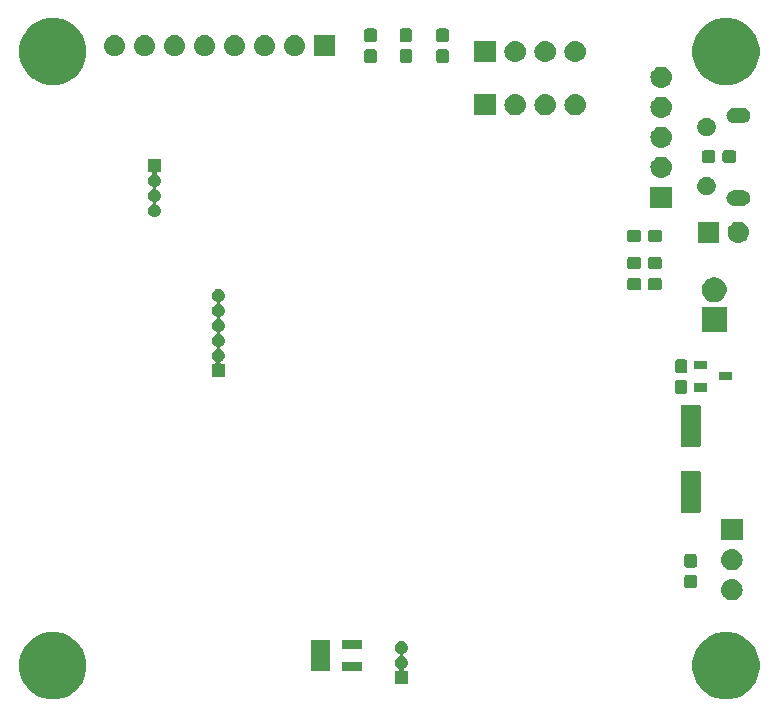
<source format=gbr>
G04 #@! TF.GenerationSoftware,KiCad,Pcbnew,5.1.2-f72e74a~84~ubuntu18.04.1*
G04 #@! TF.CreationDate,2019-07-03T17:04:03+08:00*
G04 #@! TF.ProjectId,cowin-tryout,636f7769-6e2d-4747-9279-6f75742e6b69,rev?*
G04 #@! TF.SameCoordinates,Original*
G04 #@! TF.FileFunction,Soldermask,Bot*
G04 #@! TF.FilePolarity,Negative*
%FSLAX46Y46*%
G04 Gerber Fmt 4.6, Leading zero omitted, Abs format (unit mm)*
G04 Created by KiCad (PCBNEW 5.1.2-f72e74a~84~ubuntu18.04.1) date 2019-07-03 17:04:03*
%MOMM*%
%LPD*%
G04 APERTURE LIST*
%ADD10C,1.200000*%
%ADD11C,0.100000*%
G04 APERTURE END LIST*
D10*
X116905000Y-56000000D02*
G75*
G03X116905000Y-56000000I-1905000J0D01*
G01*
X59905000Y-56000000D02*
G75*
G03X59905000Y-56000000I-1905000J0D01*
G01*
X116905000Y-108000000D02*
G75*
G03X116905000Y-108000000I-1905000J0D01*
G01*
X59905000Y-108000000D02*
G75*
G03X59905000Y-108000000I-1905000J0D01*
G01*
D11*
G36*
X115831313Y-105259523D02*
G01*
X116349980Y-105474362D01*
X116349981Y-105474363D01*
X116816769Y-105786260D01*
X117213740Y-106183231D01*
X117326499Y-106351987D01*
X117525638Y-106650020D01*
X117740477Y-107168687D01*
X117850000Y-107719298D01*
X117850000Y-108280702D01*
X117740477Y-108831313D01*
X117525638Y-109349980D01*
X117525637Y-109349981D01*
X117213740Y-109816769D01*
X116816769Y-110213740D01*
X116504871Y-110422143D01*
X116349980Y-110525638D01*
X115831313Y-110740477D01*
X115280702Y-110850000D01*
X114719298Y-110850000D01*
X114168687Y-110740477D01*
X113650020Y-110525638D01*
X113495129Y-110422143D01*
X113183231Y-110213740D01*
X112786260Y-109816769D01*
X112474363Y-109349981D01*
X112474362Y-109349980D01*
X112259523Y-108831313D01*
X112150000Y-108280702D01*
X112150000Y-107719298D01*
X112259523Y-107168687D01*
X112474362Y-106650020D01*
X112673501Y-106351987D01*
X112786260Y-106183231D01*
X113183231Y-105786260D01*
X113650019Y-105474363D01*
X113650020Y-105474362D01*
X114168687Y-105259523D01*
X114719298Y-105150000D01*
X115280702Y-105150000D01*
X115831313Y-105259523D01*
X115831313Y-105259523D01*
G37*
G36*
X58831313Y-105259523D02*
G01*
X59349980Y-105474362D01*
X59349981Y-105474363D01*
X59816769Y-105786260D01*
X60213740Y-106183231D01*
X60326499Y-106351987D01*
X60525638Y-106650020D01*
X60740477Y-107168687D01*
X60850000Y-107719298D01*
X60850000Y-108280702D01*
X60740477Y-108831313D01*
X60525638Y-109349980D01*
X60525637Y-109349981D01*
X60213740Y-109816769D01*
X59816769Y-110213740D01*
X59504871Y-110422143D01*
X59349980Y-110525638D01*
X58831313Y-110740477D01*
X58280702Y-110850000D01*
X57719298Y-110850000D01*
X57168687Y-110740477D01*
X56650020Y-110525638D01*
X56495129Y-110422143D01*
X56183231Y-110213740D01*
X55786260Y-109816769D01*
X55474363Y-109349981D01*
X55474362Y-109349980D01*
X55259523Y-108831313D01*
X55150000Y-108280702D01*
X55150000Y-107719298D01*
X55259523Y-107168687D01*
X55474362Y-106650020D01*
X55673501Y-106351987D01*
X55786260Y-106183231D01*
X56183231Y-105786260D01*
X56650019Y-105474363D01*
X56650020Y-105474362D01*
X57168687Y-105259523D01*
X57719298Y-105150000D01*
X58280702Y-105150000D01*
X58831313Y-105259523D01*
X58831313Y-105259523D01*
G37*
G36*
X87608015Y-105916973D02*
G01*
X87711879Y-105948479D01*
X87739055Y-105963005D01*
X87807600Y-105999643D01*
X87891501Y-106068499D01*
X87960357Y-106152400D01*
X87996995Y-106220945D01*
X88011521Y-106248121D01*
X88043027Y-106351985D01*
X88053666Y-106460000D01*
X88043027Y-106568015D01*
X88011521Y-106671879D01*
X88011519Y-106671882D01*
X87960357Y-106767600D01*
X87891501Y-106851501D01*
X87807600Y-106920357D01*
X87739055Y-106956995D01*
X87711879Y-106971521D01*
X87699131Y-106975388D01*
X87676504Y-106984760D01*
X87656130Y-106998374D01*
X87638803Y-107015701D01*
X87625189Y-107036075D01*
X87615812Y-107058714D01*
X87611031Y-107082747D01*
X87611031Y-107107251D01*
X87615811Y-107131285D01*
X87625188Y-107153924D01*
X87638802Y-107174298D01*
X87656129Y-107191625D01*
X87676503Y-107205239D01*
X87699131Y-107214612D01*
X87711879Y-107218479D01*
X87739055Y-107233005D01*
X87807600Y-107269643D01*
X87891501Y-107338499D01*
X87960357Y-107422400D01*
X87996995Y-107490945D01*
X88011521Y-107518121D01*
X88043027Y-107621985D01*
X88053666Y-107730000D01*
X88043027Y-107838015D01*
X88011521Y-107941879D01*
X88011519Y-107941882D01*
X87960357Y-108037600D01*
X87891501Y-108121501D01*
X87807600Y-108190356D01*
X87763807Y-108213764D01*
X87743437Y-108227375D01*
X87726110Y-108244702D01*
X87712496Y-108265076D01*
X87703119Y-108287715D01*
X87698338Y-108311748D01*
X87698338Y-108336252D01*
X87703118Y-108360286D01*
X87712495Y-108382924D01*
X87726109Y-108403299D01*
X87743436Y-108420626D01*
X87763810Y-108434240D01*
X87786449Y-108443617D01*
X87810482Y-108448398D01*
X87822735Y-108449000D01*
X88051000Y-108449000D01*
X88051000Y-109551000D01*
X86949000Y-109551000D01*
X86949000Y-108449000D01*
X87177265Y-108449000D01*
X87201651Y-108446598D01*
X87225100Y-108439485D01*
X87246711Y-108427934D01*
X87265653Y-108412389D01*
X87281198Y-108393447D01*
X87292749Y-108371836D01*
X87299862Y-108348387D01*
X87302264Y-108324001D01*
X87299862Y-108299615D01*
X87292749Y-108276166D01*
X87281198Y-108254555D01*
X87265653Y-108235613D01*
X87246711Y-108220068D01*
X87236198Y-108213767D01*
X87192400Y-108190356D01*
X87108499Y-108121501D01*
X87039643Y-108037600D01*
X86988481Y-107941882D01*
X86988479Y-107941879D01*
X86956973Y-107838015D01*
X86946334Y-107730000D01*
X86956973Y-107621985D01*
X86988479Y-107518121D01*
X87003005Y-107490945D01*
X87039643Y-107422400D01*
X87108499Y-107338499D01*
X87192400Y-107269643D01*
X87260945Y-107233005D01*
X87288121Y-107218479D01*
X87300869Y-107214612D01*
X87323496Y-107205240D01*
X87343870Y-107191626D01*
X87361197Y-107174299D01*
X87374811Y-107153925D01*
X87384188Y-107131286D01*
X87388969Y-107107253D01*
X87388969Y-107082749D01*
X87384189Y-107058715D01*
X87374812Y-107036076D01*
X87361198Y-107015702D01*
X87343871Y-106998375D01*
X87323497Y-106984761D01*
X87300869Y-106975388D01*
X87288121Y-106971521D01*
X87260945Y-106956995D01*
X87192400Y-106920357D01*
X87108499Y-106851501D01*
X87039643Y-106767600D01*
X86988481Y-106671882D01*
X86988479Y-106671879D01*
X86956973Y-106568015D01*
X86946334Y-106460000D01*
X86956973Y-106351985D01*
X86988479Y-106248121D01*
X87003005Y-106220945D01*
X87039643Y-106152400D01*
X87108499Y-106068499D01*
X87192400Y-105999643D01*
X87260945Y-105963005D01*
X87288121Y-105948479D01*
X87391985Y-105916973D01*
X87472933Y-105909000D01*
X87527067Y-105909000D01*
X87608015Y-105916973D01*
X87608015Y-105916973D01*
G37*
G36*
X84181000Y-108451000D02*
G01*
X82519000Y-108451000D01*
X82519000Y-107699000D01*
X84181000Y-107699000D01*
X84181000Y-108451000D01*
X84181000Y-108451000D01*
G37*
G36*
X81481000Y-108451000D02*
G01*
X79819000Y-108451000D01*
X79819000Y-105799000D01*
X81481000Y-105799000D01*
X81481000Y-108451000D01*
X81481000Y-108451000D01*
G37*
G36*
X84181000Y-106551000D02*
G01*
X82519000Y-106551000D01*
X82519000Y-105799000D01*
X84181000Y-105799000D01*
X84181000Y-106551000D01*
X84181000Y-106551000D01*
G37*
G36*
X115610443Y-100685519D02*
G01*
X115676627Y-100692037D01*
X115846466Y-100743557D01*
X116002991Y-100827222D01*
X116038729Y-100856552D01*
X116140186Y-100939814D01*
X116223448Y-101041271D01*
X116252778Y-101077009D01*
X116336443Y-101233534D01*
X116387963Y-101403373D01*
X116405359Y-101580000D01*
X116387963Y-101756627D01*
X116336443Y-101926466D01*
X116252778Y-102082991D01*
X116223448Y-102118729D01*
X116140186Y-102220186D01*
X116038729Y-102303448D01*
X116002991Y-102332778D01*
X115846466Y-102416443D01*
X115676627Y-102467963D01*
X115610443Y-102474481D01*
X115544260Y-102481000D01*
X115455740Y-102481000D01*
X115389557Y-102474481D01*
X115323373Y-102467963D01*
X115153534Y-102416443D01*
X114997009Y-102332778D01*
X114961271Y-102303448D01*
X114859814Y-102220186D01*
X114776552Y-102118729D01*
X114747222Y-102082991D01*
X114663557Y-101926466D01*
X114612037Y-101756627D01*
X114594641Y-101580000D01*
X114612037Y-101403373D01*
X114663557Y-101233534D01*
X114747222Y-101077009D01*
X114776552Y-101041271D01*
X114859814Y-100939814D01*
X114961271Y-100856552D01*
X114997009Y-100827222D01*
X115153534Y-100743557D01*
X115323373Y-100692037D01*
X115389557Y-100685519D01*
X115455740Y-100679000D01*
X115544260Y-100679000D01*
X115610443Y-100685519D01*
X115610443Y-100685519D01*
G37*
G36*
X112364499Y-100303445D02*
G01*
X112401995Y-100314820D01*
X112436554Y-100333292D01*
X112466847Y-100358153D01*
X112491708Y-100388446D01*
X112510180Y-100423005D01*
X112521555Y-100460501D01*
X112526000Y-100505638D01*
X112526000Y-101244362D01*
X112521555Y-101289499D01*
X112510180Y-101326995D01*
X112491708Y-101361554D01*
X112466847Y-101391847D01*
X112436554Y-101416708D01*
X112401995Y-101435180D01*
X112364499Y-101446555D01*
X112319362Y-101451000D01*
X111680638Y-101451000D01*
X111635501Y-101446555D01*
X111598005Y-101435180D01*
X111563446Y-101416708D01*
X111533153Y-101391847D01*
X111508292Y-101361554D01*
X111489820Y-101326995D01*
X111478445Y-101289499D01*
X111474000Y-101244362D01*
X111474000Y-100505638D01*
X111478445Y-100460501D01*
X111489820Y-100423005D01*
X111508292Y-100388446D01*
X111533153Y-100358153D01*
X111563446Y-100333292D01*
X111598005Y-100314820D01*
X111635501Y-100303445D01*
X111680638Y-100299000D01*
X112319362Y-100299000D01*
X112364499Y-100303445D01*
X112364499Y-100303445D01*
G37*
G36*
X115610443Y-98145519D02*
G01*
X115676627Y-98152037D01*
X115846466Y-98203557D01*
X116002991Y-98287222D01*
X116038729Y-98316552D01*
X116140186Y-98399814D01*
X116223448Y-98501271D01*
X116252778Y-98537009D01*
X116336443Y-98693534D01*
X116387963Y-98863373D01*
X116405359Y-99040000D01*
X116387963Y-99216627D01*
X116336443Y-99386466D01*
X116252778Y-99542991D01*
X116224871Y-99576995D01*
X116140186Y-99680186D01*
X116038729Y-99763448D01*
X116002991Y-99792778D01*
X115846466Y-99876443D01*
X115676627Y-99927963D01*
X115610442Y-99934482D01*
X115544260Y-99941000D01*
X115455740Y-99941000D01*
X115389558Y-99934482D01*
X115323373Y-99927963D01*
X115153534Y-99876443D01*
X114997009Y-99792778D01*
X114961271Y-99763448D01*
X114859814Y-99680186D01*
X114775129Y-99576995D01*
X114747222Y-99542991D01*
X114663557Y-99386466D01*
X114612037Y-99216627D01*
X114594641Y-99040000D01*
X114612037Y-98863373D01*
X114663557Y-98693534D01*
X114747222Y-98537009D01*
X114776552Y-98501271D01*
X114859814Y-98399814D01*
X114961271Y-98316552D01*
X114997009Y-98287222D01*
X115153534Y-98203557D01*
X115323373Y-98152037D01*
X115389557Y-98145519D01*
X115455740Y-98139000D01*
X115544260Y-98139000D01*
X115610443Y-98145519D01*
X115610443Y-98145519D01*
G37*
G36*
X112364499Y-98553445D02*
G01*
X112401995Y-98564820D01*
X112436554Y-98583292D01*
X112466847Y-98608153D01*
X112491708Y-98638446D01*
X112510180Y-98673005D01*
X112521555Y-98710501D01*
X112526000Y-98755638D01*
X112526000Y-99494362D01*
X112521555Y-99539499D01*
X112510180Y-99576995D01*
X112491708Y-99611554D01*
X112466847Y-99641847D01*
X112436554Y-99666708D01*
X112401995Y-99685180D01*
X112364499Y-99696555D01*
X112319362Y-99701000D01*
X111680638Y-99701000D01*
X111635501Y-99696555D01*
X111598005Y-99685180D01*
X111563446Y-99666708D01*
X111533153Y-99641847D01*
X111508292Y-99611554D01*
X111489820Y-99576995D01*
X111478445Y-99539499D01*
X111474000Y-99494362D01*
X111474000Y-98755638D01*
X111478445Y-98710501D01*
X111489820Y-98673005D01*
X111508292Y-98638446D01*
X111533153Y-98608153D01*
X111563446Y-98583292D01*
X111598005Y-98564820D01*
X111635501Y-98553445D01*
X111680638Y-98549000D01*
X112319362Y-98549000D01*
X112364499Y-98553445D01*
X112364499Y-98553445D01*
G37*
G36*
X116401000Y-97401000D02*
G01*
X114599000Y-97401000D01*
X114599000Y-95599000D01*
X116401000Y-95599000D01*
X116401000Y-97401000D01*
X116401000Y-97401000D01*
G37*
G36*
X112705997Y-91503051D02*
G01*
X112739652Y-91513261D01*
X112770665Y-91529838D01*
X112797851Y-91552149D01*
X112820162Y-91579335D01*
X112836739Y-91610348D01*
X112846949Y-91644003D01*
X112851000Y-91685138D01*
X112851000Y-94914862D01*
X112846949Y-94955997D01*
X112836739Y-94989652D01*
X112820162Y-95020665D01*
X112797851Y-95047851D01*
X112770665Y-95070162D01*
X112739652Y-95086739D01*
X112705997Y-95096949D01*
X112664862Y-95101000D01*
X111335138Y-95101000D01*
X111294003Y-95096949D01*
X111260348Y-95086739D01*
X111229335Y-95070162D01*
X111202149Y-95047851D01*
X111179838Y-95020665D01*
X111163261Y-94989652D01*
X111153051Y-94955997D01*
X111149000Y-94914862D01*
X111149000Y-91685138D01*
X111153051Y-91644003D01*
X111163261Y-91610348D01*
X111179838Y-91579335D01*
X111202149Y-91552149D01*
X111229335Y-91529838D01*
X111260348Y-91513261D01*
X111294003Y-91503051D01*
X111335138Y-91499000D01*
X112664862Y-91499000D01*
X112705997Y-91503051D01*
X112705997Y-91503051D01*
G37*
G36*
X112705997Y-85903051D02*
G01*
X112739652Y-85913261D01*
X112770665Y-85929838D01*
X112797851Y-85952149D01*
X112820162Y-85979335D01*
X112836739Y-86010348D01*
X112846949Y-86044003D01*
X112851000Y-86085138D01*
X112851000Y-89314862D01*
X112846949Y-89355997D01*
X112836739Y-89389652D01*
X112820162Y-89420665D01*
X112797851Y-89447851D01*
X112770665Y-89470162D01*
X112739652Y-89486739D01*
X112705997Y-89496949D01*
X112664862Y-89501000D01*
X111335138Y-89501000D01*
X111294003Y-89496949D01*
X111260348Y-89486739D01*
X111229335Y-89470162D01*
X111202149Y-89447851D01*
X111179838Y-89420665D01*
X111163261Y-89389652D01*
X111153051Y-89355997D01*
X111149000Y-89314862D01*
X111149000Y-86085138D01*
X111153051Y-86044003D01*
X111163261Y-86010348D01*
X111179838Y-85979335D01*
X111202149Y-85952149D01*
X111229335Y-85929838D01*
X111260348Y-85913261D01*
X111294003Y-85903051D01*
X111335138Y-85899000D01*
X112664862Y-85899000D01*
X112705997Y-85903051D01*
X112705997Y-85903051D01*
G37*
G36*
X111564499Y-83828445D02*
G01*
X111601995Y-83839820D01*
X111636554Y-83858292D01*
X111666847Y-83883153D01*
X111691708Y-83913446D01*
X111710180Y-83948005D01*
X111721555Y-83985501D01*
X111726000Y-84030638D01*
X111726000Y-84769362D01*
X111721555Y-84814499D01*
X111710180Y-84851995D01*
X111691708Y-84886554D01*
X111666847Y-84916847D01*
X111636554Y-84941708D01*
X111601995Y-84960180D01*
X111564499Y-84971555D01*
X111519362Y-84976000D01*
X110880638Y-84976000D01*
X110835501Y-84971555D01*
X110798005Y-84960180D01*
X110763446Y-84941708D01*
X110733153Y-84916847D01*
X110708292Y-84886554D01*
X110689820Y-84851995D01*
X110678445Y-84814499D01*
X110674000Y-84769362D01*
X110674000Y-84030638D01*
X110678445Y-83985501D01*
X110689820Y-83948005D01*
X110708292Y-83913446D01*
X110733153Y-83883153D01*
X110763446Y-83858292D01*
X110798005Y-83839820D01*
X110835501Y-83828445D01*
X110880638Y-83824000D01*
X111519362Y-83824000D01*
X111564499Y-83828445D01*
X111564499Y-83828445D01*
G37*
G36*
X113391000Y-84801000D02*
G01*
X112289000Y-84801000D01*
X112289000Y-84099000D01*
X113391000Y-84099000D01*
X113391000Y-84801000D01*
X113391000Y-84801000D01*
G37*
G36*
X115511000Y-83851000D02*
G01*
X114409000Y-83851000D01*
X114409000Y-83149000D01*
X115511000Y-83149000D01*
X115511000Y-83851000D01*
X115511000Y-83851000D01*
G37*
G36*
X72108015Y-76106973D02*
G01*
X72211879Y-76138479D01*
X72231504Y-76148969D01*
X72307600Y-76189643D01*
X72391501Y-76258499D01*
X72460357Y-76342400D01*
X72496995Y-76410945D01*
X72511521Y-76438121D01*
X72543027Y-76541985D01*
X72553666Y-76650000D01*
X72543027Y-76758015D01*
X72511521Y-76861879D01*
X72511519Y-76861882D01*
X72460357Y-76957600D01*
X72391501Y-77041501D01*
X72307600Y-77110357D01*
X72239055Y-77146995D01*
X72211879Y-77161521D01*
X72199131Y-77165388D01*
X72176504Y-77174760D01*
X72156130Y-77188374D01*
X72138803Y-77205701D01*
X72125189Y-77226075D01*
X72115812Y-77248714D01*
X72111031Y-77272747D01*
X72111031Y-77297251D01*
X72115811Y-77321285D01*
X72125188Y-77343924D01*
X72138802Y-77364298D01*
X72156129Y-77381625D01*
X72176503Y-77395239D01*
X72199131Y-77404612D01*
X72211879Y-77408479D01*
X72239055Y-77423005D01*
X72307600Y-77459643D01*
X72391501Y-77528499D01*
X72460357Y-77612400D01*
X72479920Y-77649000D01*
X72511521Y-77708121D01*
X72543027Y-77811985D01*
X72553666Y-77920000D01*
X72543027Y-78028015D01*
X72511521Y-78131879D01*
X72511519Y-78131882D01*
X72460357Y-78227600D01*
X72391501Y-78311501D01*
X72307600Y-78380357D01*
X72239055Y-78416995D01*
X72211879Y-78431521D01*
X72199131Y-78435388D01*
X72176504Y-78444760D01*
X72156130Y-78458374D01*
X72138803Y-78475701D01*
X72125189Y-78496075D01*
X72115812Y-78518714D01*
X72111031Y-78542747D01*
X72111031Y-78567251D01*
X72115811Y-78591285D01*
X72125188Y-78613924D01*
X72138802Y-78634298D01*
X72156129Y-78651625D01*
X72176503Y-78665239D01*
X72199131Y-78674612D01*
X72211879Y-78678479D01*
X72239055Y-78693005D01*
X72307600Y-78729643D01*
X72391501Y-78798499D01*
X72460357Y-78882400D01*
X72496995Y-78950945D01*
X72511521Y-78978121D01*
X72543027Y-79081985D01*
X72553666Y-79190000D01*
X72543027Y-79298015D01*
X72511521Y-79401879D01*
X72511519Y-79401882D01*
X72460357Y-79497600D01*
X72391501Y-79581501D01*
X72307600Y-79650357D01*
X72239055Y-79686995D01*
X72211879Y-79701521D01*
X72199131Y-79705388D01*
X72176504Y-79714760D01*
X72156130Y-79728374D01*
X72138803Y-79745701D01*
X72125189Y-79766075D01*
X72115812Y-79788714D01*
X72111031Y-79812747D01*
X72111031Y-79837251D01*
X72115811Y-79861285D01*
X72125188Y-79883924D01*
X72138802Y-79904298D01*
X72156129Y-79921625D01*
X72176503Y-79935239D01*
X72199131Y-79944612D01*
X72211879Y-79948479D01*
X72239055Y-79963005D01*
X72307600Y-79999643D01*
X72391501Y-80068499D01*
X72460357Y-80152400D01*
X72496995Y-80220945D01*
X72511521Y-80248121D01*
X72543027Y-80351985D01*
X72553666Y-80460000D01*
X72543027Y-80568015D01*
X72511521Y-80671879D01*
X72511519Y-80671882D01*
X72460357Y-80767600D01*
X72391501Y-80851501D01*
X72307600Y-80920357D01*
X72239055Y-80956995D01*
X72211879Y-80971521D01*
X72199131Y-80975388D01*
X72176504Y-80984760D01*
X72156130Y-80998374D01*
X72138803Y-81015701D01*
X72125189Y-81036075D01*
X72115812Y-81058714D01*
X72111031Y-81082747D01*
X72111031Y-81107251D01*
X72115811Y-81131285D01*
X72125188Y-81153924D01*
X72138802Y-81174298D01*
X72156129Y-81191625D01*
X72176503Y-81205239D01*
X72199131Y-81214612D01*
X72211879Y-81218479D01*
X72239055Y-81233005D01*
X72307600Y-81269643D01*
X72391501Y-81338499D01*
X72460357Y-81422400D01*
X72496995Y-81490945D01*
X72511521Y-81518121D01*
X72543027Y-81621985D01*
X72553666Y-81730000D01*
X72543027Y-81838015D01*
X72511521Y-81941879D01*
X72511519Y-81941882D01*
X72460357Y-82037600D01*
X72430484Y-82074000D01*
X72391501Y-82121501D01*
X72307600Y-82190356D01*
X72263807Y-82213764D01*
X72243437Y-82227375D01*
X72226110Y-82244702D01*
X72212496Y-82265076D01*
X72203119Y-82287715D01*
X72198338Y-82311748D01*
X72198338Y-82336252D01*
X72203118Y-82360286D01*
X72212495Y-82382924D01*
X72226109Y-82403299D01*
X72243436Y-82420626D01*
X72263810Y-82434240D01*
X72286449Y-82443617D01*
X72310482Y-82448398D01*
X72322735Y-82449000D01*
X72551000Y-82449000D01*
X72551000Y-83551000D01*
X71449000Y-83551000D01*
X71449000Y-82449000D01*
X71677265Y-82449000D01*
X71701651Y-82446598D01*
X71725100Y-82439485D01*
X71746711Y-82427934D01*
X71765653Y-82412389D01*
X71781198Y-82393447D01*
X71792749Y-82371836D01*
X71799862Y-82348387D01*
X71802264Y-82324001D01*
X71799862Y-82299615D01*
X71792749Y-82276166D01*
X71781198Y-82254555D01*
X71765653Y-82235613D01*
X71746711Y-82220068D01*
X71736198Y-82213767D01*
X71692400Y-82190356D01*
X71608499Y-82121501D01*
X71569516Y-82074000D01*
X71539643Y-82037600D01*
X71488481Y-81941882D01*
X71488479Y-81941879D01*
X71456973Y-81838015D01*
X71446334Y-81730000D01*
X71456973Y-81621985D01*
X71488479Y-81518121D01*
X71503005Y-81490945D01*
X71539643Y-81422400D01*
X71608499Y-81338499D01*
X71692400Y-81269643D01*
X71760945Y-81233005D01*
X71788121Y-81218479D01*
X71800869Y-81214612D01*
X71823496Y-81205240D01*
X71843870Y-81191626D01*
X71861197Y-81174299D01*
X71874811Y-81153925D01*
X71884188Y-81131286D01*
X71888969Y-81107253D01*
X71888969Y-81082749D01*
X71884189Y-81058715D01*
X71874812Y-81036076D01*
X71861198Y-81015702D01*
X71843871Y-80998375D01*
X71823497Y-80984761D01*
X71800869Y-80975388D01*
X71788121Y-80971521D01*
X71760945Y-80956995D01*
X71692400Y-80920357D01*
X71608499Y-80851501D01*
X71539643Y-80767600D01*
X71488481Y-80671882D01*
X71488479Y-80671879D01*
X71456973Y-80568015D01*
X71446334Y-80460000D01*
X71456973Y-80351985D01*
X71488479Y-80248121D01*
X71503005Y-80220945D01*
X71539643Y-80152400D01*
X71608499Y-80068499D01*
X71692400Y-79999643D01*
X71760945Y-79963005D01*
X71788121Y-79948479D01*
X71800869Y-79944612D01*
X71823496Y-79935240D01*
X71843870Y-79921626D01*
X71861197Y-79904299D01*
X71874811Y-79883925D01*
X71884188Y-79861286D01*
X71888969Y-79837253D01*
X71888969Y-79812749D01*
X71884189Y-79788715D01*
X71874812Y-79766076D01*
X71861198Y-79745702D01*
X71843871Y-79728375D01*
X71823497Y-79714761D01*
X71800869Y-79705388D01*
X71788121Y-79701521D01*
X71760945Y-79686995D01*
X71692400Y-79650357D01*
X71608499Y-79581501D01*
X71539643Y-79497600D01*
X71488481Y-79401882D01*
X71488479Y-79401879D01*
X71456973Y-79298015D01*
X71446334Y-79190000D01*
X71456973Y-79081985D01*
X71488479Y-78978121D01*
X71503005Y-78950945D01*
X71539643Y-78882400D01*
X71608499Y-78798499D01*
X71692400Y-78729643D01*
X71760945Y-78693005D01*
X71788121Y-78678479D01*
X71800869Y-78674612D01*
X71823496Y-78665240D01*
X71843870Y-78651626D01*
X71861197Y-78634299D01*
X71874811Y-78613925D01*
X71884188Y-78591286D01*
X71888969Y-78567253D01*
X71888969Y-78542749D01*
X71884189Y-78518715D01*
X71874812Y-78496076D01*
X71861198Y-78475702D01*
X71843871Y-78458375D01*
X71823497Y-78444761D01*
X71800869Y-78435388D01*
X71788121Y-78431521D01*
X71760945Y-78416995D01*
X71692400Y-78380357D01*
X71608499Y-78311501D01*
X71539643Y-78227600D01*
X71488481Y-78131882D01*
X71488479Y-78131879D01*
X71456973Y-78028015D01*
X71446334Y-77920000D01*
X71456973Y-77811985D01*
X71488479Y-77708121D01*
X71520080Y-77649000D01*
X71539643Y-77612400D01*
X71608499Y-77528499D01*
X71692400Y-77459643D01*
X71760945Y-77423005D01*
X71788121Y-77408479D01*
X71800869Y-77404612D01*
X71823496Y-77395240D01*
X71843870Y-77381626D01*
X71861197Y-77364299D01*
X71874811Y-77343925D01*
X71884188Y-77321286D01*
X71888969Y-77297253D01*
X71888969Y-77272749D01*
X71884189Y-77248715D01*
X71874812Y-77226076D01*
X71861198Y-77205702D01*
X71843871Y-77188375D01*
X71823497Y-77174761D01*
X71800869Y-77165388D01*
X71788121Y-77161521D01*
X71760945Y-77146995D01*
X71692400Y-77110357D01*
X71608499Y-77041501D01*
X71539643Y-76957600D01*
X71488481Y-76861882D01*
X71488479Y-76861879D01*
X71456973Y-76758015D01*
X71446334Y-76650000D01*
X71456973Y-76541985D01*
X71488479Y-76438121D01*
X71503005Y-76410945D01*
X71539643Y-76342400D01*
X71608499Y-76258499D01*
X71692400Y-76189643D01*
X71768496Y-76148969D01*
X71788121Y-76138479D01*
X71891985Y-76106973D01*
X71972933Y-76099000D01*
X72027067Y-76099000D01*
X72108015Y-76106973D01*
X72108015Y-76106973D01*
G37*
G36*
X111564499Y-82078445D02*
G01*
X111601995Y-82089820D01*
X111636554Y-82108292D01*
X111666847Y-82133153D01*
X111691708Y-82163446D01*
X111710180Y-82198005D01*
X111721555Y-82235501D01*
X111726000Y-82280638D01*
X111726000Y-83019362D01*
X111721555Y-83064499D01*
X111710180Y-83101995D01*
X111691708Y-83136554D01*
X111666847Y-83166847D01*
X111636554Y-83191708D01*
X111601995Y-83210180D01*
X111564499Y-83221555D01*
X111519362Y-83226000D01*
X110880638Y-83226000D01*
X110835501Y-83221555D01*
X110798005Y-83210180D01*
X110763446Y-83191708D01*
X110733153Y-83166847D01*
X110708292Y-83136554D01*
X110689820Y-83101995D01*
X110678445Y-83064499D01*
X110674000Y-83019362D01*
X110674000Y-82280638D01*
X110678445Y-82235501D01*
X110689820Y-82198005D01*
X110708292Y-82163446D01*
X110733153Y-82133153D01*
X110763446Y-82108292D01*
X110798005Y-82089820D01*
X110835501Y-82078445D01*
X110880638Y-82074000D01*
X111519362Y-82074000D01*
X111564499Y-82078445D01*
X111564499Y-82078445D01*
G37*
G36*
X113391000Y-82901000D02*
G01*
X112289000Y-82901000D01*
X112289000Y-82199000D01*
X113391000Y-82199000D01*
X113391000Y-82901000D01*
X113391000Y-82901000D01*
G37*
G36*
X115051000Y-79751000D02*
G01*
X112949000Y-79751000D01*
X112949000Y-77649000D01*
X115051000Y-77649000D01*
X115051000Y-79751000D01*
X115051000Y-79751000D01*
G37*
G36*
X114306564Y-75149389D02*
G01*
X114497833Y-75228615D01*
X114497835Y-75228616D01*
X114591027Y-75290885D01*
X114669973Y-75343635D01*
X114816365Y-75490027D01*
X114931385Y-75662167D01*
X115010611Y-75853436D01*
X115051000Y-76056484D01*
X115051000Y-76263516D01*
X115010611Y-76466564D01*
X114931385Y-76657833D01*
X114931384Y-76657835D01*
X114816365Y-76829973D01*
X114669973Y-76976365D01*
X114497835Y-77091384D01*
X114497834Y-77091385D01*
X114497833Y-77091385D01*
X114306564Y-77170611D01*
X114103516Y-77211000D01*
X113896484Y-77211000D01*
X113693436Y-77170611D01*
X113502167Y-77091385D01*
X113502166Y-77091385D01*
X113502165Y-77091384D01*
X113330027Y-76976365D01*
X113183635Y-76829973D01*
X113068616Y-76657835D01*
X113068615Y-76657833D01*
X112989389Y-76466564D01*
X112949000Y-76263516D01*
X112949000Y-76056484D01*
X112989389Y-75853436D01*
X113068615Y-75662167D01*
X113183635Y-75490027D01*
X113330027Y-75343635D01*
X113408973Y-75290885D01*
X113502165Y-75228616D01*
X113502167Y-75228615D01*
X113693436Y-75149389D01*
X113896484Y-75109000D01*
X114103516Y-75109000D01*
X114306564Y-75149389D01*
X114306564Y-75149389D01*
G37*
G36*
X107639499Y-75178445D02*
G01*
X107676995Y-75189820D01*
X107711554Y-75208292D01*
X107741847Y-75233153D01*
X107766708Y-75263446D01*
X107785180Y-75298005D01*
X107796555Y-75335501D01*
X107801000Y-75380638D01*
X107801000Y-76019362D01*
X107796555Y-76064499D01*
X107785180Y-76101995D01*
X107766708Y-76136554D01*
X107741847Y-76166847D01*
X107711554Y-76191708D01*
X107676995Y-76210180D01*
X107639499Y-76221555D01*
X107594362Y-76226000D01*
X106855638Y-76226000D01*
X106810501Y-76221555D01*
X106773005Y-76210180D01*
X106738446Y-76191708D01*
X106708153Y-76166847D01*
X106683292Y-76136554D01*
X106664820Y-76101995D01*
X106653445Y-76064499D01*
X106649000Y-76019362D01*
X106649000Y-75380638D01*
X106653445Y-75335501D01*
X106664820Y-75298005D01*
X106683292Y-75263446D01*
X106708153Y-75233153D01*
X106738446Y-75208292D01*
X106773005Y-75189820D01*
X106810501Y-75178445D01*
X106855638Y-75174000D01*
X107594362Y-75174000D01*
X107639499Y-75178445D01*
X107639499Y-75178445D01*
G37*
G36*
X109389499Y-75178445D02*
G01*
X109426995Y-75189820D01*
X109461554Y-75208292D01*
X109491847Y-75233153D01*
X109516708Y-75263446D01*
X109535180Y-75298005D01*
X109546555Y-75335501D01*
X109551000Y-75380638D01*
X109551000Y-76019362D01*
X109546555Y-76064499D01*
X109535180Y-76101995D01*
X109516708Y-76136554D01*
X109491847Y-76166847D01*
X109461554Y-76191708D01*
X109426995Y-76210180D01*
X109389499Y-76221555D01*
X109344362Y-76226000D01*
X108605638Y-76226000D01*
X108560501Y-76221555D01*
X108523005Y-76210180D01*
X108488446Y-76191708D01*
X108458153Y-76166847D01*
X108433292Y-76136554D01*
X108414820Y-76101995D01*
X108403445Y-76064499D01*
X108399000Y-76019362D01*
X108399000Y-75380638D01*
X108403445Y-75335501D01*
X108414820Y-75298005D01*
X108433292Y-75263446D01*
X108458153Y-75233153D01*
X108488446Y-75208292D01*
X108523005Y-75189820D01*
X108560501Y-75178445D01*
X108605638Y-75174000D01*
X109344362Y-75174000D01*
X109389499Y-75178445D01*
X109389499Y-75178445D01*
G37*
G36*
X107639499Y-73378445D02*
G01*
X107676995Y-73389820D01*
X107711554Y-73408292D01*
X107741847Y-73433153D01*
X107766708Y-73463446D01*
X107785180Y-73498005D01*
X107796555Y-73535501D01*
X107801000Y-73580638D01*
X107801000Y-74219362D01*
X107796555Y-74264499D01*
X107785180Y-74301995D01*
X107766708Y-74336554D01*
X107741847Y-74366847D01*
X107711554Y-74391708D01*
X107676995Y-74410180D01*
X107639499Y-74421555D01*
X107594362Y-74426000D01*
X106855638Y-74426000D01*
X106810501Y-74421555D01*
X106773005Y-74410180D01*
X106738446Y-74391708D01*
X106708153Y-74366847D01*
X106683292Y-74336554D01*
X106664820Y-74301995D01*
X106653445Y-74264499D01*
X106649000Y-74219362D01*
X106649000Y-73580638D01*
X106653445Y-73535501D01*
X106664820Y-73498005D01*
X106683292Y-73463446D01*
X106708153Y-73433153D01*
X106738446Y-73408292D01*
X106773005Y-73389820D01*
X106810501Y-73378445D01*
X106855638Y-73374000D01*
X107594362Y-73374000D01*
X107639499Y-73378445D01*
X107639499Y-73378445D01*
G37*
G36*
X109389499Y-73378445D02*
G01*
X109426995Y-73389820D01*
X109461554Y-73408292D01*
X109491847Y-73433153D01*
X109516708Y-73463446D01*
X109535180Y-73498005D01*
X109546555Y-73535501D01*
X109551000Y-73580638D01*
X109551000Y-74219362D01*
X109546555Y-74264499D01*
X109535180Y-74301995D01*
X109516708Y-74336554D01*
X109491847Y-74366847D01*
X109461554Y-74391708D01*
X109426995Y-74410180D01*
X109389499Y-74421555D01*
X109344362Y-74426000D01*
X108605638Y-74426000D01*
X108560501Y-74421555D01*
X108523005Y-74410180D01*
X108488446Y-74391708D01*
X108458153Y-74366847D01*
X108433292Y-74336554D01*
X108414820Y-74301995D01*
X108403445Y-74264499D01*
X108399000Y-74219362D01*
X108399000Y-73580638D01*
X108403445Y-73535501D01*
X108414820Y-73498005D01*
X108433292Y-73463446D01*
X108458153Y-73433153D01*
X108488446Y-73408292D01*
X108523005Y-73389820D01*
X108560501Y-73378445D01*
X108605638Y-73374000D01*
X109344362Y-73374000D01*
X109389499Y-73378445D01*
X109389499Y-73378445D01*
G37*
G36*
X116150442Y-70405518D02*
G01*
X116216627Y-70412037D01*
X116386466Y-70463557D01*
X116542991Y-70547222D01*
X116578729Y-70576552D01*
X116680186Y-70659814D01*
X116763448Y-70761271D01*
X116792778Y-70797009D01*
X116876443Y-70953534D01*
X116927963Y-71123373D01*
X116945359Y-71300000D01*
X116927963Y-71476627D01*
X116876443Y-71646466D01*
X116792778Y-71802991D01*
X116763448Y-71838729D01*
X116680186Y-71940186D01*
X116578729Y-72023448D01*
X116542991Y-72052778D01*
X116386466Y-72136443D01*
X116216627Y-72187963D01*
X116150442Y-72194482D01*
X116084260Y-72201000D01*
X115995740Y-72201000D01*
X115929558Y-72194482D01*
X115863373Y-72187963D01*
X115693534Y-72136443D01*
X115537009Y-72052778D01*
X115501271Y-72023448D01*
X115399814Y-71940186D01*
X115316552Y-71838729D01*
X115287222Y-71802991D01*
X115203557Y-71646466D01*
X115152037Y-71476627D01*
X115134641Y-71300000D01*
X115152037Y-71123373D01*
X115203557Y-70953534D01*
X115287222Y-70797009D01*
X115316552Y-70761271D01*
X115399814Y-70659814D01*
X115501271Y-70576552D01*
X115537009Y-70547222D01*
X115693534Y-70463557D01*
X115863373Y-70412037D01*
X115929558Y-70405518D01*
X115995740Y-70399000D01*
X116084260Y-70399000D01*
X116150442Y-70405518D01*
X116150442Y-70405518D01*
G37*
G36*
X114401000Y-72201000D02*
G01*
X112599000Y-72201000D01*
X112599000Y-70399000D01*
X114401000Y-70399000D01*
X114401000Y-72201000D01*
X114401000Y-72201000D01*
G37*
G36*
X109389499Y-71078445D02*
G01*
X109426995Y-71089820D01*
X109461554Y-71108292D01*
X109491847Y-71133153D01*
X109516708Y-71163446D01*
X109535180Y-71198005D01*
X109546555Y-71235501D01*
X109551000Y-71280638D01*
X109551000Y-71919362D01*
X109546555Y-71964499D01*
X109535180Y-72001995D01*
X109516708Y-72036554D01*
X109491847Y-72066847D01*
X109461554Y-72091708D01*
X109426995Y-72110180D01*
X109389499Y-72121555D01*
X109344362Y-72126000D01*
X108605638Y-72126000D01*
X108560501Y-72121555D01*
X108523005Y-72110180D01*
X108488446Y-72091708D01*
X108458153Y-72066847D01*
X108433292Y-72036554D01*
X108414820Y-72001995D01*
X108403445Y-71964499D01*
X108399000Y-71919362D01*
X108399000Y-71280638D01*
X108403445Y-71235501D01*
X108414820Y-71198005D01*
X108433292Y-71163446D01*
X108458153Y-71133153D01*
X108488446Y-71108292D01*
X108523005Y-71089820D01*
X108560501Y-71078445D01*
X108605638Y-71074000D01*
X109344362Y-71074000D01*
X109389499Y-71078445D01*
X109389499Y-71078445D01*
G37*
G36*
X107639499Y-71078445D02*
G01*
X107676995Y-71089820D01*
X107711554Y-71108292D01*
X107741847Y-71133153D01*
X107766708Y-71163446D01*
X107785180Y-71198005D01*
X107796555Y-71235501D01*
X107801000Y-71280638D01*
X107801000Y-71919362D01*
X107796555Y-71964499D01*
X107785180Y-72001995D01*
X107766708Y-72036554D01*
X107741847Y-72066847D01*
X107711554Y-72091708D01*
X107676995Y-72110180D01*
X107639499Y-72121555D01*
X107594362Y-72126000D01*
X106855638Y-72126000D01*
X106810501Y-72121555D01*
X106773005Y-72110180D01*
X106738446Y-72091708D01*
X106708153Y-72066847D01*
X106683292Y-72036554D01*
X106664820Y-72001995D01*
X106653445Y-71964499D01*
X106649000Y-71919362D01*
X106649000Y-71280638D01*
X106653445Y-71235501D01*
X106664820Y-71198005D01*
X106683292Y-71163446D01*
X106708153Y-71133153D01*
X106738446Y-71108292D01*
X106773005Y-71089820D01*
X106810501Y-71078445D01*
X106855638Y-71074000D01*
X107594362Y-71074000D01*
X107639499Y-71078445D01*
X107639499Y-71078445D01*
G37*
G36*
X67151000Y-66211000D02*
G01*
X66922735Y-66211000D01*
X66898349Y-66213402D01*
X66874900Y-66220515D01*
X66853289Y-66232066D01*
X66834347Y-66247611D01*
X66818802Y-66266553D01*
X66807251Y-66288164D01*
X66800138Y-66311613D01*
X66797736Y-66335999D01*
X66800138Y-66360385D01*
X66807251Y-66383834D01*
X66818802Y-66405445D01*
X66834347Y-66424387D01*
X66853289Y-66439932D01*
X66863802Y-66446233D01*
X66907600Y-66469644D01*
X66907602Y-66469645D01*
X66907601Y-66469645D01*
X66991501Y-66538499D01*
X67060357Y-66622400D01*
X67096995Y-66690945D01*
X67111521Y-66718121D01*
X67143027Y-66821985D01*
X67153666Y-66930000D01*
X67143027Y-67038015D01*
X67111521Y-67141879D01*
X67111519Y-67141882D01*
X67060357Y-67237600D01*
X66991501Y-67321501D01*
X66907600Y-67390357D01*
X66839055Y-67426995D01*
X66811879Y-67441521D01*
X66799131Y-67445388D01*
X66776504Y-67454760D01*
X66756130Y-67468374D01*
X66738803Y-67485701D01*
X66725189Y-67506075D01*
X66715812Y-67528714D01*
X66711031Y-67552747D01*
X66711031Y-67577251D01*
X66715811Y-67601285D01*
X66725188Y-67623924D01*
X66738802Y-67644298D01*
X66756129Y-67661625D01*
X66776503Y-67675239D01*
X66799131Y-67684612D01*
X66811879Y-67688479D01*
X66839055Y-67703005D01*
X66907600Y-67739643D01*
X66991501Y-67808499D01*
X67060357Y-67892400D01*
X67084434Y-67937446D01*
X67111521Y-67988121D01*
X67143027Y-68091985D01*
X67153666Y-68200000D01*
X67143027Y-68308015D01*
X67111521Y-68411879D01*
X67111519Y-68411882D01*
X67060357Y-68507600D01*
X66991501Y-68591501D01*
X66907600Y-68660357D01*
X66839055Y-68696995D01*
X66811879Y-68711521D01*
X66799131Y-68715388D01*
X66776504Y-68724760D01*
X66756130Y-68738374D01*
X66738803Y-68755701D01*
X66725189Y-68776075D01*
X66715812Y-68798714D01*
X66711031Y-68822747D01*
X66711031Y-68847251D01*
X66715811Y-68871285D01*
X66725188Y-68893924D01*
X66738802Y-68914298D01*
X66756129Y-68931625D01*
X66776503Y-68945239D01*
X66799131Y-68954612D01*
X66811879Y-68958479D01*
X66839055Y-68973005D01*
X66907600Y-69009643D01*
X66991501Y-69078499D01*
X67060357Y-69162400D01*
X67096995Y-69230945D01*
X67111521Y-69258121D01*
X67143027Y-69361985D01*
X67153666Y-69470000D01*
X67143027Y-69578015D01*
X67111521Y-69681879D01*
X67111519Y-69681882D01*
X67060357Y-69777600D01*
X66991501Y-69861501D01*
X66907600Y-69930357D01*
X66839055Y-69966995D01*
X66811879Y-69981521D01*
X66708015Y-70013027D01*
X66627067Y-70021000D01*
X66572933Y-70021000D01*
X66491985Y-70013027D01*
X66388121Y-69981521D01*
X66360945Y-69966995D01*
X66292400Y-69930357D01*
X66208499Y-69861501D01*
X66139643Y-69777600D01*
X66088481Y-69681882D01*
X66088479Y-69681879D01*
X66056973Y-69578015D01*
X66046334Y-69470000D01*
X66056973Y-69361985D01*
X66088479Y-69258121D01*
X66103005Y-69230945D01*
X66139643Y-69162400D01*
X66208499Y-69078499D01*
X66292400Y-69009643D01*
X66360945Y-68973005D01*
X66388121Y-68958479D01*
X66400869Y-68954612D01*
X66423496Y-68945240D01*
X66443870Y-68931626D01*
X66461197Y-68914299D01*
X66474811Y-68893925D01*
X66484188Y-68871286D01*
X66488969Y-68847253D01*
X66488969Y-68822749D01*
X66484189Y-68798715D01*
X66474812Y-68776076D01*
X66461198Y-68755702D01*
X66443871Y-68738375D01*
X66423497Y-68724761D01*
X66400869Y-68715388D01*
X66388121Y-68711521D01*
X66360945Y-68696995D01*
X66292400Y-68660357D01*
X66208499Y-68591501D01*
X66139643Y-68507600D01*
X66088481Y-68411882D01*
X66088479Y-68411879D01*
X66056973Y-68308015D01*
X66046334Y-68200000D01*
X66056973Y-68091985D01*
X66088479Y-67988121D01*
X66115566Y-67937446D01*
X66139643Y-67892400D01*
X66208499Y-67808499D01*
X66292400Y-67739643D01*
X66360945Y-67703005D01*
X66388121Y-67688479D01*
X66400869Y-67684612D01*
X66423496Y-67675240D01*
X66443870Y-67661626D01*
X66461197Y-67644299D01*
X66474811Y-67623925D01*
X66484188Y-67601286D01*
X66488969Y-67577253D01*
X66488969Y-67552749D01*
X66484189Y-67528715D01*
X66474812Y-67506076D01*
X66461198Y-67485702D01*
X66443871Y-67468375D01*
X66423497Y-67454761D01*
X66400869Y-67445388D01*
X66388121Y-67441521D01*
X66360945Y-67426995D01*
X66292400Y-67390357D01*
X66208499Y-67321501D01*
X66139643Y-67237600D01*
X66088481Y-67141882D01*
X66088479Y-67141879D01*
X66056973Y-67038015D01*
X66046334Y-66930000D01*
X66056973Y-66821985D01*
X66088479Y-66718121D01*
X66103005Y-66690945D01*
X66139643Y-66622400D01*
X66208499Y-66538499D01*
X66292399Y-66469645D01*
X66292398Y-66469645D01*
X66292400Y-66469644D01*
X66336193Y-66446236D01*
X66356563Y-66432625D01*
X66373890Y-66415298D01*
X66387504Y-66394924D01*
X66396881Y-66372285D01*
X66401662Y-66348252D01*
X66401662Y-66323748D01*
X66396882Y-66299714D01*
X66387505Y-66277076D01*
X66373891Y-66256701D01*
X66356564Y-66239374D01*
X66336190Y-66225760D01*
X66313551Y-66216383D01*
X66289518Y-66211602D01*
X66277265Y-66211000D01*
X66049000Y-66211000D01*
X66049000Y-65109000D01*
X67151000Y-65109000D01*
X67151000Y-66211000D01*
X67151000Y-66211000D01*
G37*
G36*
X110401000Y-69251000D02*
G01*
X108599000Y-69251000D01*
X108599000Y-67449000D01*
X110401000Y-67449000D01*
X110401000Y-69251000D01*
X110401000Y-69251000D01*
G37*
G36*
X116451355Y-67752140D02*
G01*
X116515118Y-67758420D01*
X116605904Y-67785960D01*
X116637836Y-67795646D01*
X116750925Y-67856094D01*
X116850054Y-67937446D01*
X116931406Y-68036575D01*
X116991854Y-68149664D01*
X116991855Y-68149668D01*
X117029080Y-68272382D01*
X117041649Y-68400000D01*
X117029080Y-68527618D01*
X117009701Y-68591501D01*
X116991854Y-68650336D01*
X116931406Y-68763425D01*
X116850054Y-68862554D01*
X116750925Y-68943906D01*
X116637836Y-69004354D01*
X116620400Y-69009643D01*
X116515118Y-69041580D01*
X116451355Y-69047860D01*
X116419474Y-69051000D01*
X115655526Y-69051000D01*
X115623645Y-69047860D01*
X115559882Y-69041580D01*
X115454600Y-69009643D01*
X115437164Y-69004354D01*
X115324075Y-68943906D01*
X115224946Y-68862554D01*
X115143594Y-68763425D01*
X115083146Y-68650336D01*
X115065299Y-68591501D01*
X115045920Y-68527618D01*
X115033351Y-68400000D01*
X115045920Y-68272382D01*
X115083145Y-68149668D01*
X115083146Y-68149664D01*
X115143594Y-68036575D01*
X115224946Y-67937446D01*
X115324075Y-67856094D01*
X115437164Y-67795646D01*
X115469096Y-67785960D01*
X115559882Y-67758420D01*
X115623645Y-67752140D01*
X115655526Y-67749000D01*
X116419474Y-67749000D01*
X116451355Y-67752140D01*
X116451355Y-67752140D01*
G37*
G36*
X113563848Y-66653820D02*
G01*
X113563850Y-66653821D01*
X113563851Y-66653821D01*
X113705074Y-66712317D01*
X113705077Y-66712319D01*
X113832169Y-66797239D01*
X113940261Y-66905331D01*
X113956744Y-66930000D01*
X114025183Y-67032426D01*
X114083679Y-67173649D01*
X114083680Y-67173652D01*
X114113500Y-67323569D01*
X114113500Y-67476431D01*
X114093446Y-67577251D01*
X114083679Y-67626351D01*
X114025183Y-67767574D01*
X114025181Y-67767577D01*
X113940261Y-67894669D01*
X113832169Y-68002761D01*
X113705077Y-68087681D01*
X113705074Y-68087683D01*
X113563851Y-68146179D01*
X113563850Y-68146179D01*
X113563848Y-68146180D01*
X113413931Y-68176000D01*
X113261069Y-68176000D01*
X113111152Y-68146180D01*
X113111150Y-68146179D01*
X113111149Y-68146179D01*
X112969926Y-68087683D01*
X112969923Y-68087681D01*
X112842831Y-68002761D01*
X112734739Y-67894669D01*
X112649819Y-67767577D01*
X112649817Y-67767574D01*
X112591321Y-67626351D01*
X112581555Y-67577251D01*
X112561500Y-67476431D01*
X112561500Y-67323569D01*
X112591320Y-67173652D01*
X112591321Y-67173649D01*
X112649817Y-67032426D01*
X112718256Y-66930000D01*
X112734739Y-66905331D01*
X112842831Y-66797239D01*
X112969923Y-66712319D01*
X112969926Y-66712317D01*
X113111149Y-66653821D01*
X113111150Y-66653821D01*
X113111152Y-66653820D01*
X113261069Y-66624000D01*
X113413931Y-66624000D01*
X113563848Y-66653820D01*
X113563848Y-66653820D01*
G37*
G36*
X109610443Y-64915519D02*
G01*
X109676627Y-64922037D01*
X109846466Y-64973557D01*
X110002991Y-65057222D01*
X110038729Y-65086552D01*
X110140186Y-65169814D01*
X110217191Y-65263646D01*
X110252778Y-65307009D01*
X110336443Y-65463534D01*
X110387963Y-65633373D01*
X110405359Y-65810000D01*
X110387963Y-65986627D01*
X110336443Y-66156466D01*
X110252778Y-66312991D01*
X110223840Y-66348252D01*
X110140186Y-66450186D01*
X110038729Y-66533448D01*
X110002991Y-66562778D01*
X109846466Y-66646443D01*
X109676627Y-66697963D01*
X109610443Y-66704481D01*
X109544260Y-66711000D01*
X109455740Y-66711000D01*
X109389557Y-66704481D01*
X109323373Y-66697963D01*
X109153534Y-66646443D01*
X108997009Y-66562778D01*
X108961271Y-66533448D01*
X108859814Y-66450186D01*
X108776160Y-66348252D01*
X108747222Y-66312991D01*
X108663557Y-66156466D01*
X108612037Y-65986627D01*
X108594641Y-65810000D01*
X108612037Y-65633373D01*
X108663557Y-65463534D01*
X108747222Y-65307009D01*
X108782809Y-65263646D01*
X108859814Y-65169814D01*
X108961271Y-65086552D01*
X108997009Y-65057222D01*
X109153534Y-64973557D01*
X109323373Y-64922037D01*
X109389557Y-64915519D01*
X109455740Y-64909000D01*
X109544260Y-64909000D01*
X109610443Y-64915519D01*
X109610443Y-64915519D01*
G37*
G36*
X113939499Y-64378445D02*
G01*
X113976995Y-64389820D01*
X114011554Y-64408292D01*
X114041847Y-64433153D01*
X114066708Y-64463446D01*
X114085180Y-64498005D01*
X114096555Y-64535501D01*
X114101000Y-64580638D01*
X114101000Y-65219362D01*
X114096555Y-65264499D01*
X114085180Y-65301995D01*
X114066708Y-65336554D01*
X114041847Y-65366847D01*
X114011554Y-65391708D01*
X113976995Y-65410180D01*
X113939499Y-65421555D01*
X113894362Y-65426000D01*
X113155638Y-65426000D01*
X113110501Y-65421555D01*
X113073005Y-65410180D01*
X113038446Y-65391708D01*
X113008153Y-65366847D01*
X112983292Y-65336554D01*
X112964820Y-65301995D01*
X112953445Y-65264499D01*
X112949000Y-65219362D01*
X112949000Y-64580638D01*
X112953445Y-64535501D01*
X112964820Y-64498005D01*
X112983292Y-64463446D01*
X113008153Y-64433153D01*
X113038446Y-64408292D01*
X113073005Y-64389820D01*
X113110501Y-64378445D01*
X113155638Y-64374000D01*
X113894362Y-64374000D01*
X113939499Y-64378445D01*
X113939499Y-64378445D01*
G37*
G36*
X115689499Y-64378445D02*
G01*
X115726995Y-64389820D01*
X115761554Y-64408292D01*
X115791847Y-64433153D01*
X115816708Y-64463446D01*
X115835180Y-64498005D01*
X115846555Y-64535501D01*
X115851000Y-64580638D01*
X115851000Y-65219362D01*
X115846555Y-65264499D01*
X115835180Y-65301995D01*
X115816708Y-65336554D01*
X115791847Y-65366847D01*
X115761554Y-65391708D01*
X115726995Y-65410180D01*
X115689499Y-65421555D01*
X115644362Y-65426000D01*
X114905638Y-65426000D01*
X114860501Y-65421555D01*
X114823005Y-65410180D01*
X114788446Y-65391708D01*
X114758153Y-65366847D01*
X114733292Y-65336554D01*
X114714820Y-65301995D01*
X114703445Y-65264499D01*
X114699000Y-65219362D01*
X114699000Y-64580638D01*
X114703445Y-64535501D01*
X114714820Y-64498005D01*
X114733292Y-64463446D01*
X114758153Y-64433153D01*
X114788446Y-64408292D01*
X114823005Y-64389820D01*
X114860501Y-64378445D01*
X114905638Y-64374000D01*
X115644362Y-64374000D01*
X115689499Y-64378445D01*
X115689499Y-64378445D01*
G37*
G36*
X109610443Y-62375519D02*
G01*
X109676627Y-62382037D01*
X109846466Y-62433557D01*
X110002991Y-62517222D01*
X110038729Y-62546552D01*
X110140186Y-62629814D01*
X110223448Y-62731271D01*
X110252778Y-62767009D01*
X110336443Y-62923534D01*
X110387963Y-63093373D01*
X110405359Y-63270000D01*
X110387963Y-63446627D01*
X110336443Y-63616466D01*
X110252778Y-63772991D01*
X110223448Y-63808729D01*
X110140186Y-63910186D01*
X110038729Y-63993448D01*
X110002991Y-64022778D01*
X109846466Y-64106443D01*
X109676627Y-64157963D01*
X109610442Y-64164482D01*
X109544260Y-64171000D01*
X109455740Y-64171000D01*
X109389558Y-64164482D01*
X109323373Y-64157963D01*
X109153534Y-64106443D01*
X108997009Y-64022778D01*
X108961271Y-63993448D01*
X108859814Y-63910186D01*
X108776552Y-63808729D01*
X108747222Y-63772991D01*
X108663557Y-63616466D01*
X108612037Y-63446627D01*
X108594641Y-63270000D01*
X108612037Y-63093373D01*
X108663557Y-62923534D01*
X108747222Y-62767009D01*
X108776552Y-62731271D01*
X108859814Y-62629814D01*
X108961271Y-62546552D01*
X108997009Y-62517222D01*
X109153534Y-62433557D01*
X109323373Y-62382037D01*
X109389557Y-62375519D01*
X109455740Y-62369000D01*
X109544260Y-62369000D01*
X109610443Y-62375519D01*
X109610443Y-62375519D01*
G37*
G36*
X113563848Y-61653820D02*
G01*
X113563850Y-61653821D01*
X113563851Y-61653821D01*
X113705074Y-61712317D01*
X113705077Y-61712319D01*
X113832169Y-61797239D01*
X113940261Y-61905331D01*
X114025181Y-62032423D01*
X114025183Y-62032426D01*
X114083679Y-62173649D01*
X114113500Y-62323571D01*
X114113500Y-62476429D01*
X114083679Y-62626351D01*
X114025183Y-62767574D01*
X114025181Y-62767577D01*
X113940261Y-62894669D01*
X113832169Y-63002761D01*
X113705077Y-63087681D01*
X113705074Y-63087683D01*
X113563851Y-63146179D01*
X113563850Y-63146179D01*
X113563848Y-63146180D01*
X113413931Y-63176000D01*
X113261069Y-63176000D01*
X113111152Y-63146180D01*
X113111150Y-63146179D01*
X113111149Y-63146179D01*
X112969926Y-63087683D01*
X112969923Y-63087681D01*
X112842831Y-63002761D01*
X112734739Y-62894669D01*
X112649819Y-62767577D01*
X112649817Y-62767574D01*
X112591321Y-62626351D01*
X112561500Y-62476429D01*
X112561500Y-62323571D01*
X112591321Y-62173649D01*
X112649817Y-62032426D01*
X112649819Y-62032423D01*
X112734739Y-61905331D01*
X112842831Y-61797239D01*
X112969923Y-61712319D01*
X112969926Y-61712317D01*
X113111149Y-61653821D01*
X113111150Y-61653821D01*
X113111152Y-61653820D01*
X113261069Y-61624000D01*
X113413931Y-61624000D01*
X113563848Y-61653820D01*
X113563848Y-61653820D01*
G37*
G36*
X116451355Y-60752140D02*
G01*
X116515118Y-60758420D01*
X116605904Y-60785960D01*
X116637836Y-60795646D01*
X116750925Y-60856094D01*
X116850054Y-60937446D01*
X116931406Y-61036575D01*
X116991854Y-61149664D01*
X116991855Y-61149668D01*
X117029080Y-61272382D01*
X117041649Y-61400000D01*
X117029080Y-61527618D01*
X117001674Y-61617963D01*
X116991854Y-61650336D01*
X116931406Y-61763425D01*
X116850054Y-61862554D01*
X116750925Y-61943906D01*
X116637836Y-62004354D01*
X116605904Y-62014040D01*
X116515118Y-62041580D01*
X116451355Y-62047860D01*
X116419474Y-62051000D01*
X115655526Y-62051000D01*
X115623645Y-62047860D01*
X115559882Y-62041580D01*
X115469096Y-62014040D01*
X115437164Y-62004354D01*
X115324075Y-61943906D01*
X115224946Y-61862554D01*
X115143594Y-61763425D01*
X115083146Y-61650336D01*
X115073326Y-61617963D01*
X115045920Y-61527618D01*
X115033351Y-61400000D01*
X115045920Y-61272382D01*
X115083145Y-61149668D01*
X115083146Y-61149664D01*
X115143594Y-61036575D01*
X115224946Y-60937446D01*
X115324075Y-60856094D01*
X115437164Y-60795646D01*
X115469096Y-60785960D01*
X115559882Y-60758420D01*
X115623645Y-60752140D01*
X115655526Y-60749000D01*
X116419474Y-60749000D01*
X116451355Y-60752140D01*
X116451355Y-60752140D01*
G37*
G36*
X109610443Y-59835519D02*
G01*
X109676627Y-59842037D01*
X109846466Y-59893557D01*
X110002991Y-59977222D01*
X110027101Y-59997009D01*
X110140186Y-60089814D01*
X110223448Y-60191271D01*
X110252778Y-60227009D01*
X110336443Y-60383534D01*
X110387963Y-60553373D01*
X110405359Y-60730000D01*
X110387963Y-60906627D01*
X110336443Y-61076466D01*
X110252778Y-61232991D01*
X110236539Y-61252778D01*
X110140186Y-61370186D01*
X110038729Y-61453448D01*
X110002991Y-61482778D01*
X109846466Y-61566443D01*
X109676627Y-61617963D01*
X109615331Y-61624000D01*
X109544260Y-61631000D01*
X109455740Y-61631000D01*
X109384669Y-61624000D01*
X109323373Y-61617963D01*
X109153534Y-61566443D01*
X108997009Y-61482778D01*
X108961271Y-61453448D01*
X108859814Y-61370186D01*
X108763461Y-61252778D01*
X108747222Y-61232991D01*
X108663557Y-61076466D01*
X108612037Y-60906627D01*
X108594641Y-60730000D01*
X108612037Y-60553373D01*
X108663557Y-60383534D01*
X108747222Y-60227009D01*
X108776552Y-60191271D01*
X108859814Y-60089814D01*
X108972899Y-59997009D01*
X108997009Y-59977222D01*
X109153534Y-59893557D01*
X109323373Y-59842037D01*
X109389557Y-59835519D01*
X109455740Y-59829000D01*
X109544260Y-59829000D01*
X109610443Y-59835519D01*
X109610443Y-59835519D01*
G37*
G36*
X102330443Y-59605519D02*
G01*
X102396627Y-59612037D01*
X102566466Y-59663557D01*
X102722991Y-59747222D01*
X102758729Y-59776552D01*
X102860186Y-59859814D01*
X102943448Y-59961271D01*
X102972778Y-59997009D01*
X103056443Y-60153534D01*
X103107963Y-60323373D01*
X103125359Y-60500000D01*
X103107963Y-60676627D01*
X103056443Y-60846466D01*
X102972778Y-61002991D01*
X102945217Y-61036574D01*
X102860186Y-61140186D01*
X102758729Y-61223448D01*
X102722991Y-61252778D01*
X102566466Y-61336443D01*
X102396627Y-61387963D01*
X102330442Y-61394482D01*
X102264260Y-61401000D01*
X102175740Y-61401000D01*
X102109558Y-61394482D01*
X102043373Y-61387963D01*
X101873534Y-61336443D01*
X101717009Y-61252778D01*
X101681271Y-61223448D01*
X101579814Y-61140186D01*
X101494783Y-61036574D01*
X101467222Y-61002991D01*
X101383557Y-60846466D01*
X101332037Y-60676627D01*
X101314641Y-60500000D01*
X101332037Y-60323373D01*
X101383557Y-60153534D01*
X101467222Y-59997009D01*
X101496552Y-59961271D01*
X101579814Y-59859814D01*
X101681271Y-59776552D01*
X101717009Y-59747222D01*
X101873534Y-59663557D01*
X102043373Y-59612037D01*
X102109557Y-59605519D01*
X102175740Y-59599000D01*
X102264260Y-59599000D01*
X102330443Y-59605519D01*
X102330443Y-59605519D01*
G37*
G36*
X99790443Y-59605519D02*
G01*
X99856627Y-59612037D01*
X100026466Y-59663557D01*
X100182991Y-59747222D01*
X100218729Y-59776552D01*
X100320186Y-59859814D01*
X100403448Y-59961271D01*
X100432778Y-59997009D01*
X100516443Y-60153534D01*
X100567963Y-60323373D01*
X100585359Y-60500000D01*
X100567963Y-60676627D01*
X100516443Y-60846466D01*
X100432778Y-61002991D01*
X100405217Y-61036574D01*
X100320186Y-61140186D01*
X100218729Y-61223448D01*
X100182991Y-61252778D01*
X100026466Y-61336443D01*
X99856627Y-61387963D01*
X99790442Y-61394482D01*
X99724260Y-61401000D01*
X99635740Y-61401000D01*
X99569558Y-61394482D01*
X99503373Y-61387963D01*
X99333534Y-61336443D01*
X99177009Y-61252778D01*
X99141271Y-61223448D01*
X99039814Y-61140186D01*
X98954783Y-61036574D01*
X98927222Y-61002991D01*
X98843557Y-60846466D01*
X98792037Y-60676627D01*
X98774641Y-60500000D01*
X98792037Y-60323373D01*
X98843557Y-60153534D01*
X98927222Y-59997009D01*
X98956552Y-59961271D01*
X99039814Y-59859814D01*
X99141271Y-59776552D01*
X99177009Y-59747222D01*
X99333534Y-59663557D01*
X99503373Y-59612037D01*
X99569557Y-59605519D01*
X99635740Y-59599000D01*
X99724260Y-59599000D01*
X99790443Y-59605519D01*
X99790443Y-59605519D01*
G37*
G36*
X97250443Y-59605519D02*
G01*
X97316627Y-59612037D01*
X97486466Y-59663557D01*
X97642991Y-59747222D01*
X97678729Y-59776552D01*
X97780186Y-59859814D01*
X97863448Y-59961271D01*
X97892778Y-59997009D01*
X97976443Y-60153534D01*
X98027963Y-60323373D01*
X98045359Y-60500000D01*
X98027963Y-60676627D01*
X97976443Y-60846466D01*
X97892778Y-61002991D01*
X97865217Y-61036574D01*
X97780186Y-61140186D01*
X97678729Y-61223448D01*
X97642991Y-61252778D01*
X97486466Y-61336443D01*
X97316627Y-61387963D01*
X97250442Y-61394482D01*
X97184260Y-61401000D01*
X97095740Y-61401000D01*
X97029558Y-61394482D01*
X96963373Y-61387963D01*
X96793534Y-61336443D01*
X96637009Y-61252778D01*
X96601271Y-61223448D01*
X96499814Y-61140186D01*
X96414783Y-61036574D01*
X96387222Y-61002991D01*
X96303557Y-60846466D01*
X96252037Y-60676627D01*
X96234641Y-60500000D01*
X96252037Y-60323373D01*
X96303557Y-60153534D01*
X96387222Y-59997009D01*
X96416552Y-59961271D01*
X96499814Y-59859814D01*
X96601271Y-59776552D01*
X96637009Y-59747222D01*
X96793534Y-59663557D01*
X96963373Y-59612037D01*
X97029557Y-59605519D01*
X97095740Y-59599000D01*
X97184260Y-59599000D01*
X97250443Y-59605519D01*
X97250443Y-59605519D01*
G37*
G36*
X95501000Y-61401000D02*
G01*
X93699000Y-61401000D01*
X93699000Y-59599000D01*
X95501000Y-59599000D01*
X95501000Y-61401000D01*
X95501000Y-61401000D01*
G37*
G36*
X109610442Y-57295518D02*
G01*
X109676627Y-57302037D01*
X109846466Y-57353557D01*
X110002991Y-57437222D01*
X110038729Y-57466552D01*
X110140186Y-57549814D01*
X110223448Y-57651271D01*
X110252778Y-57687009D01*
X110336443Y-57843534D01*
X110387963Y-58013373D01*
X110405359Y-58190000D01*
X110387963Y-58366627D01*
X110336443Y-58536466D01*
X110252778Y-58692991D01*
X110223448Y-58728729D01*
X110140186Y-58830186D01*
X110038729Y-58913448D01*
X110002991Y-58942778D01*
X109846466Y-59026443D01*
X109676627Y-59077963D01*
X109610442Y-59084482D01*
X109544260Y-59091000D01*
X109455740Y-59091000D01*
X109389558Y-59084482D01*
X109323373Y-59077963D01*
X109153534Y-59026443D01*
X108997009Y-58942778D01*
X108961271Y-58913448D01*
X108859814Y-58830186D01*
X108776552Y-58728729D01*
X108747222Y-58692991D01*
X108663557Y-58536466D01*
X108612037Y-58366627D01*
X108594641Y-58190000D01*
X108612037Y-58013373D01*
X108663557Y-57843534D01*
X108747222Y-57687009D01*
X108776552Y-57651271D01*
X108859814Y-57549814D01*
X108961271Y-57466552D01*
X108997009Y-57437222D01*
X109153534Y-57353557D01*
X109323373Y-57302037D01*
X109389558Y-57295518D01*
X109455740Y-57289000D01*
X109544260Y-57289000D01*
X109610442Y-57295518D01*
X109610442Y-57295518D01*
G37*
G36*
X58831313Y-53259523D02*
G01*
X59349980Y-53474362D01*
X59349981Y-53474363D01*
X59816769Y-53786260D01*
X60213740Y-54183231D01*
X60299780Y-54312000D01*
X60525638Y-54650020D01*
X60740477Y-55168687D01*
X60850000Y-55719298D01*
X60850000Y-56280702D01*
X60740477Y-56831313D01*
X60525638Y-57349980D01*
X60525637Y-57349981D01*
X60213740Y-57816769D01*
X59816769Y-58213740D01*
X59587960Y-58366625D01*
X59349980Y-58525638D01*
X58831313Y-58740477D01*
X58280702Y-58850000D01*
X57719298Y-58850000D01*
X57168687Y-58740477D01*
X56650020Y-58525638D01*
X56412040Y-58366625D01*
X56183231Y-58213740D01*
X55786260Y-57816769D01*
X55474363Y-57349981D01*
X55474362Y-57349980D01*
X55259523Y-56831313D01*
X55150000Y-56280702D01*
X55150000Y-55719298D01*
X55259523Y-55168687D01*
X55474362Y-54650020D01*
X55700220Y-54312000D01*
X55786260Y-54183231D01*
X56183231Y-53786260D01*
X56650019Y-53474363D01*
X56650020Y-53474362D01*
X57168687Y-53259523D01*
X57719298Y-53150000D01*
X58280702Y-53150000D01*
X58831313Y-53259523D01*
X58831313Y-53259523D01*
G37*
G36*
X115831313Y-53259523D02*
G01*
X116349980Y-53474362D01*
X116349981Y-53474363D01*
X116816769Y-53786260D01*
X117213740Y-54183231D01*
X117299780Y-54312000D01*
X117525638Y-54650020D01*
X117740477Y-55168687D01*
X117850000Y-55719298D01*
X117850000Y-56280702D01*
X117740477Y-56831313D01*
X117525638Y-57349980D01*
X117525637Y-57349981D01*
X117213740Y-57816769D01*
X116816769Y-58213740D01*
X116587960Y-58366625D01*
X116349980Y-58525638D01*
X115831313Y-58740477D01*
X115280702Y-58850000D01*
X114719298Y-58850000D01*
X114168687Y-58740477D01*
X113650020Y-58525638D01*
X113412040Y-58366625D01*
X113183231Y-58213740D01*
X112786260Y-57816769D01*
X112474363Y-57349981D01*
X112474362Y-57349980D01*
X112259523Y-56831313D01*
X112150000Y-56280702D01*
X112150000Y-55719298D01*
X112259523Y-55168687D01*
X112474362Y-54650020D01*
X112700220Y-54312000D01*
X112786260Y-54183231D01*
X113183231Y-53786260D01*
X113650019Y-53474363D01*
X113650020Y-53474362D01*
X114168687Y-53259523D01*
X114719298Y-53150000D01*
X115280702Y-53150000D01*
X115831313Y-53259523D01*
X115831313Y-53259523D01*
G37*
G36*
X85264499Y-55803445D02*
G01*
X85301995Y-55814820D01*
X85336554Y-55833292D01*
X85366847Y-55858153D01*
X85391708Y-55888446D01*
X85410180Y-55923005D01*
X85421555Y-55960501D01*
X85426000Y-56005638D01*
X85426000Y-56744362D01*
X85421555Y-56789499D01*
X85410180Y-56826995D01*
X85391708Y-56861554D01*
X85366847Y-56891847D01*
X85336554Y-56916708D01*
X85301995Y-56935180D01*
X85264499Y-56946555D01*
X85219362Y-56951000D01*
X84580638Y-56951000D01*
X84535501Y-56946555D01*
X84498005Y-56935180D01*
X84463446Y-56916708D01*
X84433153Y-56891847D01*
X84408292Y-56861554D01*
X84389820Y-56826995D01*
X84378445Y-56789499D01*
X84374000Y-56744362D01*
X84374000Y-56005638D01*
X84378445Y-55960501D01*
X84389820Y-55923005D01*
X84408292Y-55888446D01*
X84433153Y-55858153D01*
X84463446Y-55833292D01*
X84498005Y-55814820D01*
X84535501Y-55803445D01*
X84580638Y-55799000D01*
X85219362Y-55799000D01*
X85264499Y-55803445D01*
X85264499Y-55803445D01*
G37*
G36*
X88264499Y-55803445D02*
G01*
X88301995Y-55814820D01*
X88336554Y-55833292D01*
X88366847Y-55858153D01*
X88391708Y-55888446D01*
X88410180Y-55923005D01*
X88421555Y-55960501D01*
X88426000Y-56005638D01*
X88426000Y-56744362D01*
X88421555Y-56789499D01*
X88410180Y-56826995D01*
X88391708Y-56861554D01*
X88366847Y-56891847D01*
X88336554Y-56916708D01*
X88301995Y-56935180D01*
X88264499Y-56946555D01*
X88219362Y-56951000D01*
X87580638Y-56951000D01*
X87535501Y-56946555D01*
X87498005Y-56935180D01*
X87463446Y-56916708D01*
X87433153Y-56891847D01*
X87408292Y-56861554D01*
X87389820Y-56826995D01*
X87378445Y-56789499D01*
X87374000Y-56744362D01*
X87374000Y-56005638D01*
X87378445Y-55960501D01*
X87389820Y-55923005D01*
X87408292Y-55888446D01*
X87433153Y-55858153D01*
X87463446Y-55833292D01*
X87498005Y-55814820D01*
X87535501Y-55803445D01*
X87580638Y-55799000D01*
X88219362Y-55799000D01*
X88264499Y-55803445D01*
X88264499Y-55803445D01*
G37*
G36*
X91364499Y-55803445D02*
G01*
X91401995Y-55814820D01*
X91436554Y-55833292D01*
X91466847Y-55858153D01*
X91491708Y-55888446D01*
X91510180Y-55923005D01*
X91521555Y-55960501D01*
X91526000Y-56005638D01*
X91526000Y-56744362D01*
X91521555Y-56789499D01*
X91510180Y-56826995D01*
X91491708Y-56861554D01*
X91466847Y-56891847D01*
X91436554Y-56916708D01*
X91401995Y-56935180D01*
X91364499Y-56946555D01*
X91319362Y-56951000D01*
X90680638Y-56951000D01*
X90635501Y-56946555D01*
X90598005Y-56935180D01*
X90563446Y-56916708D01*
X90533153Y-56891847D01*
X90508292Y-56861554D01*
X90489820Y-56826995D01*
X90478445Y-56789499D01*
X90474000Y-56744362D01*
X90474000Y-56005638D01*
X90478445Y-55960501D01*
X90489820Y-55923005D01*
X90508292Y-55888446D01*
X90533153Y-55858153D01*
X90563446Y-55833292D01*
X90598005Y-55814820D01*
X90635501Y-55803445D01*
X90680638Y-55799000D01*
X91319362Y-55799000D01*
X91364499Y-55803445D01*
X91364499Y-55803445D01*
G37*
G36*
X95501000Y-56901000D02*
G01*
X93699000Y-56901000D01*
X93699000Y-55099000D01*
X95501000Y-55099000D01*
X95501000Y-56901000D01*
X95501000Y-56901000D01*
G37*
G36*
X99790442Y-55105518D02*
G01*
X99856627Y-55112037D01*
X100026466Y-55163557D01*
X100026468Y-55163558D01*
X100087063Y-55195947D01*
X100182991Y-55247222D01*
X100218729Y-55276552D01*
X100320186Y-55359814D01*
X100403448Y-55461271D01*
X100432778Y-55497009D01*
X100516443Y-55653534D01*
X100567963Y-55823373D01*
X100585359Y-56000000D01*
X100567963Y-56176627D01*
X100516443Y-56346466D01*
X100432778Y-56502991D01*
X100403448Y-56538729D01*
X100320186Y-56640186D01*
X100218729Y-56723448D01*
X100182991Y-56752778D01*
X100182989Y-56752779D01*
X100036064Y-56831313D01*
X100026466Y-56836443D01*
X99856627Y-56887963D01*
X99817191Y-56891847D01*
X99724260Y-56901000D01*
X99635740Y-56901000D01*
X99542809Y-56891847D01*
X99503373Y-56887963D01*
X99333534Y-56836443D01*
X99323937Y-56831313D01*
X99177011Y-56752779D01*
X99177009Y-56752778D01*
X99141271Y-56723448D01*
X99039814Y-56640186D01*
X98956552Y-56538729D01*
X98927222Y-56502991D01*
X98843557Y-56346466D01*
X98792037Y-56176627D01*
X98774641Y-56000000D01*
X98792037Y-55823373D01*
X98843557Y-55653534D01*
X98927222Y-55497009D01*
X98956552Y-55461271D01*
X99039814Y-55359814D01*
X99141271Y-55276552D01*
X99177009Y-55247222D01*
X99272937Y-55195947D01*
X99333532Y-55163558D01*
X99333534Y-55163557D01*
X99503373Y-55112037D01*
X99569558Y-55105518D01*
X99635740Y-55099000D01*
X99724260Y-55099000D01*
X99790442Y-55105518D01*
X99790442Y-55105518D01*
G37*
G36*
X97250442Y-55105518D02*
G01*
X97316627Y-55112037D01*
X97486466Y-55163557D01*
X97486468Y-55163558D01*
X97547063Y-55195947D01*
X97642991Y-55247222D01*
X97678729Y-55276552D01*
X97780186Y-55359814D01*
X97863448Y-55461271D01*
X97892778Y-55497009D01*
X97976443Y-55653534D01*
X98027963Y-55823373D01*
X98045359Y-56000000D01*
X98027963Y-56176627D01*
X97976443Y-56346466D01*
X97892778Y-56502991D01*
X97863448Y-56538729D01*
X97780186Y-56640186D01*
X97678729Y-56723448D01*
X97642991Y-56752778D01*
X97642989Y-56752779D01*
X97496064Y-56831313D01*
X97486466Y-56836443D01*
X97316627Y-56887963D01*
X97277191Y-56891847D01*
X97184260Y-56901000D01*
X97095740Y-56901000D01*
X97002809Y-56891847D01*
X96963373Y-56887963D01*
X96793534Y-56836443D01*
X96783937Y-56831313D01*
X96637011Y-56752779D01*
X96637009Y-56752778D01*
X96601271Y-56723448D01*
X96499814Y-56640186D01*
X96416552Y-56538729D01*
X96387222Y-56502991D01*
X96303557Y-56346466D01*
X96252037Y-56176627D01*
X96234641Y-56000000D01*
X96252037Y-55823373D01*
X96303557Y-55653534D01*
X96387222Y-55497009D01*
X96416552Y-55461271D01*
X96499814Y-55359814D01*
X96601271Y-55276552D01*
X96637009Y-55247222D01*
X96732937Y-55195947D01*
X96793532Y-55163558D01*
X96793534Y-55163557D01*
X96963373Y-55112037D01*
X97029558Y-55105518D01*
X97095740Y-55099000D01*
X97184260Y-55099000D01*
X97250442Y-55105518D01*
X97250442Y-55105518D01*
G37*
G36*
X102330442Y-55105518D02*
G01*
X102396627Y-55112037D01*
X102566466Y-55163557D01*
X102566468Y-55163558D01*
X102627063Y-55195947D01*
X102722991Y-55247222D01*
X102758729Y-55276552D01*
X102860186Y-55359814D01*
X102943448Y-55461271D01*
X102972778Y-55497009D01*
X103056443Y-55653534D01*
X103107963Y-55823373D01*
X103125359Y-56000000D01*
X103107963Y-56176627D01*
X103056443Y-56346466D01*
X102972778Y-56502991D01*
X102943448Y-56538729D01*
X102860186Y-56640186D01*
X102758729Y-56723448D01*
X102722991Y-56752778D01*
X102722989Y-56752779D01*
X102576064Y-56831313D01*
X102566466Y-56836443D01*
X102396627Y-56887963D01*
X102357191Y-56891847D01*
X102264260Y-56901000D01*
X102175740Y-56901000D01*
X102082809Y-56891847D01*
X102043373Y-56887963D01*
X101873534Y-56836443D01*
X101863937Y-56831313D01*
X101717011Y-56752779D01*
X101717009Y-56752778D01*
X101681271Y-56723448D01*
X101579814Y-56640186D01*
X101496552Y-56538729D01*
X101467222Y-56502991D01*
X101383557Y-56346466D01*
X101332037Y-56176627D01*
X101314641Y-56000000D01*
X101332037Y-55823373D01*
X101383557Y-55653534D01*
X101467222Y-55497009D01*
X101496552Y-55461271D01*
X101579814Y-55359814D01*
X101681271Y-55276552D01*
X101717009Y-55247222D01*
X101812937Y-55195947D01*
X101873532Y-55163558D01*
X101873534Y-55163557D01*
X102043373Y-55112037D01*
X102109558Y-55105518D01*
X102175740Y-55099000D01*
X102264260Y-55099000D01*
X102330442Y-55105518D01*
X102330442Y-55105518D01*
G37*
G36*
X65870443Y-54605519D02*
G01*
X65936627Y-54612037D01*
X66106466Y-54663557D01*
X66262991Y-54747222D01*
X66298729Y-54776552D01*
X66400186Y-54859814D01*
X66483448Y-54961271D01*
X66512778Y-54997009D01*
X66596443Y-55153534D01*
X66647963Y-55323373D01*
X66665359Y-55500000D01*
X66647963Y-55676627D01*
X66596443Y-55846466D01*
X66512778Y-56002991D01*
X66483448Y-56038729D01*
X66400186Y-56140186D01*
X66298729Y-56223448D01*
X66262991Y-56252778D01*
X66106466Y-56336443D01*
X65936627Y-56387963D01*
X65870442Y-56394482D01*
X65804260Y-56401000D01*
X65715740Y-56401000D01*
X65649558Y-56394482D01*
X65583373Y-56387963D01*
X65413534Y-56336443D01*
X65257009Y-56252778D01*
X65221271Y-56223448D01*
X65119814Y-56140186D01*
X65036552Y-56038729D01*
X65007222Y-56002991D01*
X64923557Y-55846466D01*
X64872037Y-55676627D01*
X64854641Y-55500000D01*
X64872037Y-55323373D01*
X64923557Y-55153534D01*
X65007222Y-54997009D01*
X65036552Y-54961271D01*
X65119814Y-54859814D01*
X65221271Y-54776552D01*
X65257009Y-54747222D01*
X65413534Y-54663557D01*
X65583373Y-54612037D01*
X65649557Y-54605519D01*
X65715740Y-54599000D01*
X65804260Y-54599000D01*
X65870443Y-54605519D01*
X65870443Y-54605519D01*
G37*
G36*
X78570443Y-54605519D02*
G01*
X78636627Y-54612037D01*
X78806466Y-54663557D01*
X78962991Y-54747222D01*
X78998729Y-54776552D01*
X79100186Y-54859814D01*
X79183448Y-54961271D01*
X79212778Y-54997009D01*
X79296443Y-55153534D01*
X79347963Y-55323373D01*
X79365359Y-55500000D01*
X79347963Y-55676627D01*
X79296443Y-55846466D01*
X79212778Y-56002991D01*
X79183448Y-56038729D01*
X79100186Y-56140186D01*
X78998729Y-56223448D01*
X78962991Y-56252778D01*
X78806466Y-56336443D01*
X78636627Y-56387963D01*
X78570442Y-56394482D01*
X78504260Y-56401000D01*
X78415740Y-56401000D01*
X78349558Y-56394482D01*
X78283373Y-56387963D01*
X78113534Y-56336443D01*
X77957009Y-56252778D01*
X77921271Y-56223448D01*
X77819814Y-56140186D01*
X77736552Y-56038729D01*
X77707222Y-56002991D01*
X77623557Y-55846466D01*
X77572037Y-55676627D01*
X77554641Y-55500000D01*
X77572037Y-55323373D01*
X77623557Y-55153534D01*
X77707222Y-54997009D01*
X77736552Y-54961271D01*
X77819814Y-54859814D01*
X77921271Y-54776552D01*
X77957009Y-54747222D01*
X78113534Y-54663557D01*
X78283373Y-54612037D01*
X78349557Y-54605519D01*
X78415740Y-54599000D01*
X78504260Y-54599000D01*
X78570443Y-54605519D01*
X78570443Y-54605519D01*
G37*
G36*
X76030443Y-54605519D02*
G01*
X76096627Y-54612037D01*
X76266466Y-54663557D01*
X76422991Y-54747222D01*
X76458729Y-54776552D01*
X76560186Y-54859814D01*
X76643448Y-54961271D01*
X76672778Y-54997009D01*
X76756443Y-55153534D01*
X76807963Y-55323373D01*
X76825359Y-55500000D01*
X76807963Y-55676627D01*
X76756443Y-55846466D01*
X76672778Y-56002991D01*
X76643448Y-56038729D01*
X76560186Y-56140186D01*
X76458729Y-56223448D01*
X76422991Y-56252778D01*
X76266466Y-56336443D01*
X76096627Y-56387963D01*
X76030442Y-56394482D01*
X75964260Y-56401000D01*
X75875740Y-56401000D01*
X75809558Y-56394482D01*
X75743373Y-56387963D01*
X75573534Y-56336443D01*
X75417009Y-56252778D01*
X75381271Y-56223448D01*
X75279814Y-56140186D01*
X75196552Y-56038729D01*
X75167222Y-56002991D01*
X75083557Y-55846466D01*
X75032037Y-55676627D01*
X75014641Y-55500000D01*
X75032037Y-55323373D01*
X75083557Y-55153534D01*
X75167222Y-54997009D01*
X75196552Y-54961271D01*
X75279814Y-54859814D01*
X75381271Y-54776552D01*
X75417009Y-54747222D01*
X75573534Y-54663557D01*
X75743373Y-54612037D01*
X75809557Y-54605519D01*
X75875740Y-54599000D01*
X75964260Y-54599000D01*
X76030443Y-54605519D01*
X76030443Y-54605519D01*
G37*
G36*
X73490443Y-54605519D02*
G01*
X73556627Y-54612037D01*
X73726466Y-54663557D01*
X73882991Y-54747222D01*
X73918729Y-54776552D01*
X74020186Y-54859814D01*
X74103448Y-54961271D01*
X74132778Y-54997009D01*
X74216443Y-55153534D01*
X74267963Y-55323373D01*
X74285359Y-55500000D01*
X74267963Y-55676627D01*
X74216443Y-55846466D01*
X74132778Y-56002991D01*
X74103448Y-56038729D01*
X74020186Y-56140186D01*
X73918729Y-56223448D01*
X73882991Y-56252778D01*
X73726466Y-56336443D01*
X73556627Y-56387963D01*
X73490442Y-56394482D01*
X73424260Y-56401000D01*
X73335740Y-56401000D01*
X73269558Y-56394482D01*
X73203373Y-56387963D01*
X73033534Y-56336443D01*
X72877009Y-56252778D01*
X72841271Y-56223448D01*
X72739814Y-56140186D01*
X72656552Y-56038729D01*
X72627222Y-56002991D01*
X72543557Y-55846466D01*
X72492037Y-55676627D01*
X72474641Y-55500000D01*
X72492037Y-55323373D01*
X72543557Y-55153534D01*
X72627222Y-54997009D01*
X72656552Y-54961271D01*
X72739814Y-54859814D01*
X72841271Y-54776552D01*
X72877009Y-54747222D01*
X73033534Y-54663557D01*
X73203373Y-54612037D01*
X73269557Y-54605519D01*
X73335740Y-54599000D01*
X73424260Y-54599000D01*
X73490443Y-54605519D01*
X73490443Y-54605519D01*
G37*
G36*
X70950443Y-54605519D02*
G01*
X71016627Y-54612037D01*
X71186466Y-54663557D01*
X71342991Y-54747222D01*
X71378729Y-54776552D01*
X71480186Y-54859814D01*
X71563448Y-54961271D01*
X71592778Y-54997009D01*
X71676443Y-55153534D01*
X71727963Y-55323373D01*
X71745359Y-55500000D01*
X71727963Y-55676627D01*
X71676443Y-55846466D01*
X71592778Y-56002991D01*
X71563448Y-56038729D01*
X71480186Y-56140186D01*
X71378729Y-56223448D01*
X71342991Y-56252778D01*
X71186466Y-56336443D01*
X71016627Y-56387963D01*
X70950442Y-56394482D01*
X70884260Y-56401000D01*
X70795740Y-56401000D01*
X70729558Y-56394482D01*
X70663373Y-56387963D01*
X70493534Y-56336443D01*
X70337009Y-56252778D01*
X70301271Y-56223448D01*
X70199814Y-56140186D01*
X70116552Y-56038729D01*
X70087222Y-56002991D01*
X70003557Y-55846466D01*
X69952037Y-55676627D01*
X69934641Y-55500000D01*
X69952037Y-55323373D01*
X70003557Y-55153534D01*
X70087222Y-54997009D01*
X70116552Y-54961271D01*
X70199814Y-54859814D01*
X70301271Y-54776552D01*
X70337009Y-54747222D01*
X70493534Y-54663557D01*
X70663373Y-54612037D01*
X70729557Y-54605519D01*
X70795740Y-54599000D01*
X70884260Y-54599000D01*
X70950443Y-54605519D01*
X70950443Y-54605519D01*
G37*
G36*
X68410443Y-54605519D02*
G01*
X68476627Y-54612037D01*
X68646466Y-54663557D01*
X68802991Y-54747222D01*
X68838729Y-54776552D01*
X68940186Y-54859814D01*
X69023448Y-54961271D01*
X69052778Y-54997009D01*
X69136443Y-55153534D01*
X69187963Y-55323373D01*
X69205359Y-55500000D01*
X69187963Y-55676627D01*
X69136443Y-55846466D01*
X69052778Y-56002991D01*
X69023448Y-56038729D01*
X68940186Y-56140186D01*
X68838729Y-56223448D01*
X68802991Y-56252778D01*
X68646466Y-56336443D01*
X68476627Y-56387963D01*
X68410442Y-56394482D01*
X68344260Y-56401000D01*
X68255740Y-56401000D01*
X68189558Y-56394482D01*
X68123373Y-56387963D01*
X67953534Y-56336443D01*
X67797009Y-56252778D01*
X67761271Y-56223448D01*
X67659814Y-56140186D01*
X67576552Y-56038729D01*
X67547222Y-56002991D01*
X67463557Y-55846466D01*
X67412037Y-55676627D01*
X67394641Y-55500000D01*
X67412037Y-55323373D01*
X67463557Y-55153534D01*
X67547222Y-54997009D01*
X67576552Y-54961271D01*
X67659814Y-54859814D01*
X67761271Y-54776552D01*
X67797009Y-54747222D01*
X67953534Y-54663557D01*
X68123373Y-54612037D01*
X68189557Y-54605519D01*
X68255740Y-54599000D01*
X68344260Y-54599000D01*
X68410443Y-54605519D01*
X68410443Y-54605519D01*
G37*
G36*
X63330443Y-54605519D02*
G01*
X63396627Y-54612037D01*
X63566466Y-54663557D01*
X63722991Y-54747222D01*
X63758729Y-54776552D01*
X63860186Y-54859814D01*
X63943448Y-54961271D01*
X63972778Y-54997009D01*
X64056443Y-55153534D01*
X64107963Y-55323373D01*
X64125359Y-55500000D01*
X64107963Y-55676627D01*
X64056443Y-55846466D01*
X63972778Y-56002991D01*
X63943448Y-56038729D01*
X63860186Y-56140186D01*
X63758729Y-56223448D01*
X63722991Y-56252778D01*
X63566466Y-56336443D01*
X63396627Y-56387963D01*
X63330442Y-56394482D01*
X63264260Y-56401000D01*
X63175740Y-56401000D01*
X63109558Y-56394482D01*
X63043373Y-56387963D01*
X62873534Y-56336443D01*
X62717009Y-56252778D01*
X62681271Y-56223448D01*
X62579814Y-56140186D01*
X62496552Y-56038729D01*
X62467222Y-56002991D01*
X62383557Y-55846466D01*
X62332037Y-55676627D01*
X62314641Y-55500000D01*
X62332037Y-55323373D01*
X62383557Y-55153534D01*
X62467222Y-54997009D01*
X62496552Y-54961271D01*
X62579814Y-54859814D01*
X62681271Y-54776552D01*
X62717009Y-54747222D01*
X62873534Y-54663557D01*
X63043373Y-54612037D01*
X63109557Y-54605519D01*
X63175740Y-54599000D01*
X63264260Y-54599000D01*
X63330443Y-54605519D01*
X63330443Y-54605519D01*
G37*
G36*
X81901000Y-56401000D02*
G01*
X80099000Y-56401000D01*
X80099000Y-54599000D01*
X81901000Y-54599000D01*
X81901000Y-56401000D01*
X81901000Y-56401000D01*
G37*
G36*
X91364499Y-54053445D02*
G01*
X91401995Y-54064820D01*
X91436554Y-54083292D01*
X91466847Y-54108153D01*
X91491708Y-54138446D01*
X91510180Y-54173005D01*
X91521555Y-54210501D01*
X91526000Y-54255638D01*
X91526000Y-54994362D01*
X91521555Y-55039499D01*
X91510180Y-55076995D01*
X91491708Y-55111554D01*
X91466847Y-55141847D01*
X91436554Y-55166708D01*
X91401995Y-55185180D01*
X91364499Y-55196555D01*
X91319362Y-55201000D01*
X90680638Y-55201000D01*
X90635501Y-55196555D01*
X90598005Y-55185180D01*
X90563446Y-55166708D01*
X90533153Y-55141847D01*
X90508292Y-55111554D01*
X90489820Y-55076995D01*
X90478445Y-55039499D01*
X90474000Y-54994362D01*
X90474000Y-54255638D01*
X90478445Y-54210501D01*
X90489820Y-54173005D01*
X90508292Y-54138446D01*
X90533153Y-54108153D01*
X90563446Y-54083292D01*
X90598005Y-54064820D01*
X90635501Y-54053445D01*
X90680638Y-54049000D01*
X91319362Y-54049000D01*
X91364499Y-54053445D01*
X91364499Y-54053445D01*
G37*
G36*
X85264499Y-54053445D02*
G01*
X85301995Y-54064820D01*
X85336554Y-54083292D01*
X85366847Y-54108153D01*
X85391708Y-54138446D01*
X85410180Y-54173005D01*
X85421555Y-54210501D01*
X85426000Y-54255638D01*
X85426000Y-54994362D01*
X85421555Y-55039499D01*
X85410180Y-55076995D01*
X85391708Y-55111554D01*
X85366847Y-55141847D01*
X85336554Y-55166708D01*
X85301995Y-55185180D01*
X85264499Y-55196555D01*
X85219362Y-55201000D01*
X84580638Y-55201000D01*
X84535501Y-55196555D01*
X84498005Y-55185180D01*
X84463446Y-55166708D01*
X84433153Y-55141847D01*
X84408292Y-55111554D01*
X84389820Y-55076995D01*
X84378445Y-55039499D01*
X84374000Y-54994362D01*
X84374000Y-54255638D01*
X84378445Y-54210501D01*
X84389820Y-54173005D01*
X84408292Y-54138446D01*
X84433153Y-54108153D01*
X84463446Y-54083292D01*
X84498005Y-54064820D01*
X84535501Y-54053445D01*
X84580638Y-54049000D01*
X85219362Y-54049000D01*
X85264499Y-54053445D01*
X85264499Y-54053445D01*
G37*
G36*
X88264499Y-54053445D02*
G01*
X88301995Y-54064820D01*
X88336554Y-54083292D01*
X88366847Y-54108153D01*
X88391708Y-54138446D01*
X88410180Y-54173005D01*
X88421555Y-54210501D01*
X88426000Y-54255638D01*
X88426000Y-54994362D01*
X88421555Y-55039499D01*
X88410180Y-55076995D01*
X88391708Y-55111554D01*
X88366847Y-55141847D01*
X88336554Y-55166708D01*
X88301995Y-55185180D01*
X88264499Y-55196555D01*
X88219362Y-55201000D01*
X87580638Y-55201000D01*
X87535501Y-55196555D01*
X87498005Y-55185180D01*
X87463446Y-55166708D01*
X87433153Y-55141847D01*
X87408292Y-55111554D01*
X87389820Y-55076995D01*
X87378445Y-55039499D01*
X87374000Y-54994362D01*
X87374000Y-54255638D01*
X87378445Y-54210501D01*
X87389820Y-54173005D01*
X87408292Y-54138446D01*
X87433153Y-54108153D01*
X87463446Y-54083292D01*
X87498005Y-54064820D01*
X87535501Y-54053445D01*
X87580638Y-54049000D01*
X88219362Y-54049000D01*
X88264499Y-54053445D01*
X88264499Y-54053445D01*
G37*
M02*

</source>
